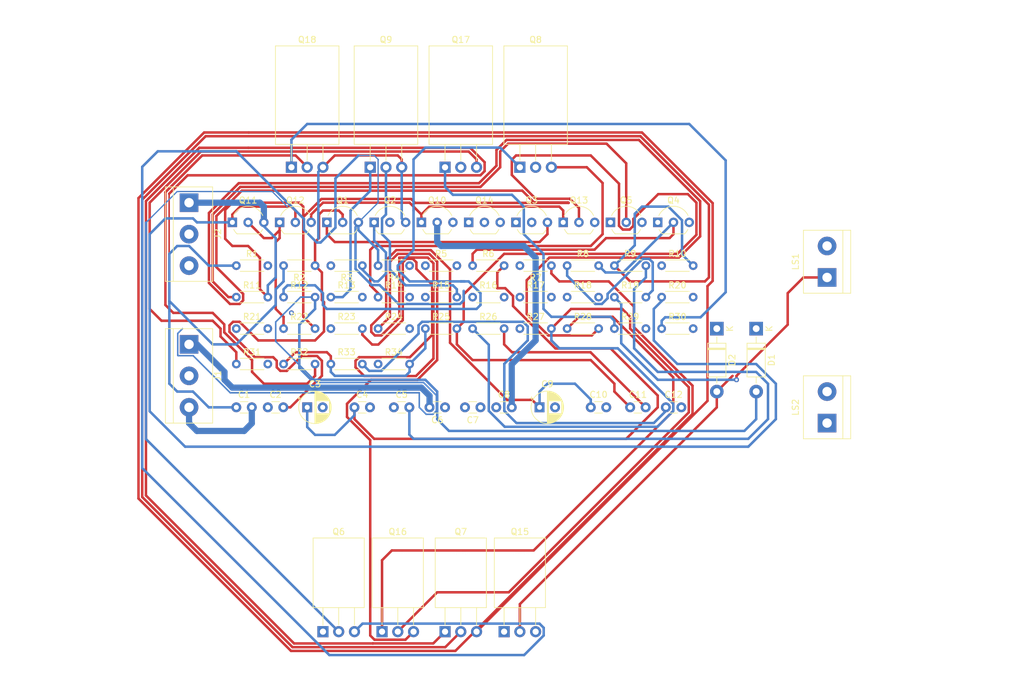
<source format=kicad_pcb>
(kicad_pcb (version 20171130) (host pcbnew "(5.1.6)-1")
  (layers (0 F.Cu signal hide) (31 B.Cu signal) (34 B.Paste user) (35 F.Paste user) (36 B.SilkS user) (37 F.SilkS user) (38 B.Mask user) (39 F.Mask user) (44 Edge.Cuts user))
  (net 0 "")
  (net 1 "Net-(C1-Pad1)")
  (net 2 "Net-(C1-Pad2)")
  (net 3 GND)
  (net 4 "Net-(C2-Pad2)")
  (net 5 "Net-(C3-Pad1)")
  (net 6 "Net-(C5-Pad1)")
  (net 7 "Net-(C5-Pad2)")
  (net 8 "Net-(C6-Pad2)")
  (net 9 "Net-(C6-Pad1)")
  (net 10 "Net-(C7-Pad1)")
  (net 11 "Net-(C8-Pad2)")
  (net 12 "Net-(C10-Pad1)")
  (net 13 "Net-(C11-Pad2)")
  (net 14 "Net-(C11-Pad1)")
  (net 15 "Net-(C12-Pad1)")
  (net 16 "Net-(D1-Pad2)")
  (net 17 "Net-(D1-Pad1)")
  (net 18 "Net-(D2-Pad1)")
  (net 19 "Net-(D2-Pad2)")
  (net 20 VSS)
  (net 21 VCC)
  (net 22 "Net-(LS1-Pad1)")
  (net 23 "Net-(LS2-Pad1)")
  (net 24 "Net-(Q1-Pad1)")
  (net 25 "Net-(Q1-Pad3)")
  (net 26 "Net-(Q2-Pad2)")
  (net 27 "Net-(Q2-Pad1)")
  (net 28 "Net-(Q5-Pad3)")
  (net 29 "Net-(Q5-Pad2)")
  (net 30 "Net-(Q7-Pad2)")
  (net 31 "Net-(Q8-Pad3)")
  (net 32 "Net-(Q8-Pad1)")
  (net 33 "Net-(Q9-Pad2)")
  (net 34 "Net-(Q9-Pad1)")
  (net 35 "Net-(Q10-Pad1)")
  (net 36 "Net-(Q10-Pad3)")
  (net 37 "Net-(Q11-Pad2)")
  (net 38 "Net-(Q11-Pad1)")
  (net 39 "Net-(Q14-Pad2)")
  (net 40 "Net-(Q14-Pad3)")
  (net 41 "Net-(Q16-Pad2)")
  (net 42 "Net-(Q17-Pad1)")
  (net 43 "Net-(Q17-Pad3)")
  (net 44 "Net-(Q18-Pad1)")
  (net 45 "Net-(Q18-Pad2)")
  (net 46 "Net-(R14-Pad2)")
  (net 47 "Net-(R25-Pad1)")
  (module Resistor_THT:R_Axial_DIN0204_L3.6mm_D1.6mm_P5.08mm_Horizontal (layer F.Cu) (at 112.395 83.82 180)
    (fp_text reference R2 (at 2.54 -1.92) (layer F.SilkS))
    (fp_text value 4.7k)
    (pad 1 thru_hole circle (at 0 0 180) (size 1.4 1.4) (drill 0.7) (layers *.Cu *.Mask) (net 4 "Net-(C2-Pad2)"))
    (pad 2 thru_hole oval (at 5.08 0 180) (size 1.4 1.4) (drill 0.7) (layers *.Cu *.Mask) (net 1 "Net-(C1-Pad1)"))
  )
  (module Resistor_THT:R_Axial_DIN0204_L3.6mm_D1.6mm_P5.08mm_Horizontal (layer F.Cu) (at 99.695 93.98)
    (fp_text reference R21 (at 2.54 -1.92) (layer F.SilkS))
    (fp_text value 1k)
    (pad 2 thru_hole oval (at 5.08 0) (size 1.4 1.4) (drill 0.7) (layers *.Cu *.Mask) (net 36 "Net-(Q10-Pad3)"))
    (pad 1 thru_hole circle (at 0 0) (size 1.4 1.4) (drill 0.7) (layers *.Cu *.Mask) (net 21 VCC))
  )
  (module Capacitor_THT:C_Disc_D3.0mm_W1.6mm_P2.50mm (layer F.Cu) (at 163.195 106.68)
    (fp_text reference C11 (at 1.25 -2.05) (layer F.SilkS))
    (fp_text value 100pf)
    (pad 2 thru_hole circle (at 2.5 0) (size 1.6 1.6) (drill 0.8) (layers *.Cu *.Mask) (net 13 "Net-(C11-Pad2)"))
    (pad 1 thru_hole circle (at 0 0) (size 1.6 1.6) (drill 0.8) (layers *.Cu *.Mask) (net 14 "Net-(C11-Pad1)"))
  )
  (module Resistor_THT:R_Axial_DIN0204_L3.6mm_D1.6mm_P5.08mm_Horizontal (layer F.Cu) (at 153.035 88.9)
    (fp_text reference R18 (at 2.54 -1.92) (layer F.SilkS))
    (fp_text value 4.7k)
    (pad 1 thru_hole circle (at 0 0) (size 1.4 1.4) (drill 0.7) (layers *.Cu *.Mask) (net 11 "Net-(C8-Pad2)"))
    (pad 2 thru_hole oval (at 5.08 0) (size 1.4 1.4) (drill 0.7) (layers *.Cu *.Mask) (net 9 "Net-(C6-Pad1)"))
  )
  (module Capacitor_THT:C_Disc_D3.0mm_W1.6mm_P2.50mm (layer F.Cu) (at 99.695 106.68)
    (fp_text reference C1 (at 1.25 -2.05) (layer F.SilkS))
    (fp_text value 470n)
    (pad 1 thru_hole circle (at 0 0) (size 1.6 1.6) (drill 0.8) (layers *.Cu *.Mask) (net 1 "Net-(C1-Pad1)"))
    (pad 2 thru_hole circle (at 2.5 0) (size 1.6 1.6) (drill 0.8) (layers *.Cu *.Mask) (net 2 "Net-(C1-Pad2)"))
  )
  (module Capacitor_THT:C_Disc_D3.0mm_W1.6mm_P2.50mm (layer F.Cu) (at 104.775 106.68)
    (fp_text reference C2 (at 1.25 -2.05) (layer F.SilkS))
    (fp_text value 470pf)
    (pad 1 thru_hole circle (at 0 0) (size 1.6 1.6) (drill 0.8) (layers *.Cu *.Mask) (net 3 GND))
    (pad 2 thru_hole circle (at 2.5 0) (size 1.6 1.6) (drill 0.8) (layers *.Cu *.Mask) (net 4 "Net-(C2-Pad2)"))
  )
  (module Capacitor_THT:CP_Radial_D5.0mm_P2.50mm (layer F.Cu) (at 111.125 106.68)
    (fp_text reference C3 (at 1.25 -3.75) (layer F.SilkS))
    (fp_text value 47u)
    (pad 1 thru_hole rect (at 0 0) (size 1.6 1.6) (drill 0.8) (layers *.Cu *.Mask) (net 5 "Net-(C3-Pad1)"))
    (pad 2 thru_hole circle (at 2.5 0) (size 1.6 1.6) (drill 0.8) (layers *.Cu *.Mask) (net 3 GND))
  )
  (module Capacitor_THT:C_Disc_D3.0mm_W1.6mm_P2.50mm (layer F.Cu) (at 118.745 106.68)
    (fp_text reference C4 (at 1.25 -2.05) (layer F.SilkS))
    (fp_text value 100n)
    (pad 2 thru_hole circle (at 2.5 0) (size 1.6 1.6) (drill 0.8) (layers *.Cu *.Mask) (net 3 GND))
    (pad 1 thru_hole circle (at 0 0) (size 1.6 1.6) (drill 0.8) (layers *.Cu *.Mask) (net 5 "Net-(C3-Pad1)"))
  )
  (module Capacitor_THT:C_Disc_D3.0mm_W1.6mm_P2.50mm (layer F.Cu) (at 125.095 106.68)
    (fp_text reference C5 (at 1.25 -2.05) (layer F.SilkS))
    (fp_text value 100pf)
    (pad 1 thru_hole circle (at 0 0) (size 1.6 1.6) (drill 0.8) (layers *.Cu *.Mask) (net 6 "Net-(C5-Pad1)"))
    (pad 2 thru_hole circle (at 2.5 0) (size 1.6 1.6) (drill 0.8) (layers *.Cu *.Mask) (net 7 "Net-(C5-Pad2)"))
  )
  (module Capacitor_THT:C_Disc_D3.0mm_W1.6mm_P2.50mm (layer F.Cu) (at 133.35 106.68 180)
    (fp_text reference C6 (at 1.25 -2.05) (layer F.SilkS))
    (fp_text value 470n)
    (pad 2 thru_hole circle (at 2.5 0 180) (size 1.6 1.6) (drill 0.8) (layers *.Cu *.Mask) (net 8 "Net-(C6-Pad2)"))
    (pad 1 thru_hole circle (at 0 0 180) (size 1.6 1.6) (drill 0.8) (layers *.Cu *.Mask) (net 9 "Net-(C6-Pad1)"))
  )
  (module Capacitor_THT:C_Disc_D3.0mm_W1.6mm_P2.50mm (layer F.Cu) (at 139.065 106.68 180)
    (fp_text reference C7 (at 1.25 -2.05) (layer F.SilkS))
    (fp_text value 100n)
    (pad 2 thru_hole circle (at 2.5 0 180) (size 1.6 1.6) (drill 0.8) (layers *.Cu *.Mask) (net 3 GND))
    (pad 1 thru_hole circle (at 0 0 180) (size 1.6 1.6) (drill 0.8) (layers *.Cu *.Mask) (net 10 "Net-(C7-Pad1)"))
  )
  (module Capacitor_THT:C_Disc_D3.0mm_W1.6mm_P2.50mm (layer F.Cu) (at 141.605 106.68)
    (fp_text reference C8 (at 1.25 -2.05) (layer F.SilkS))
    (fp_text value 470pf)
    (pad 1 thru_hole circle (at 0 0) (size 1.6 1.6) (drill 0.8) (layers *.Cu *.Mask) (net 3 GND))
    (pad 2 thru_hole circle (at 2.5 0) (size 1.6 1.6) (drill 0.8) (layers *.Cu *.Mask) (net 11 "Net-(C8-Pad2)"))
  )
  (module Capacitor_THT:CP_Radial_D5.0mm_P2.50mm (layer F.Cu) (at 148.59 106.68)
    (fp_text reference C9 (at 1.25 -3.75) (layer F.SilkS))
    (fp_text value 47u)
    (pad 2 thru_hole circle (at 2.5 0) (size 1.6 1.6) (drill 0.8) (layers *.Cu *.Mask) (net 3 GND))
    (pad 1 thru_hole rect (at 0 0) (size 1.6 1.6) (drill 0.8) (layers *.Cu *.Mask) (net 12 "Net-(C10-Pad1)"))
  )
  (module Capacitor_THT:C_Disc_D3.0mm_W1.6mm_P2.50mm (layer F.Cu) (at 156.845 106.68)
    (fp_text reference C10 (at 1.25 -2.05) (layer F.SilkS))
    (fp_text value 100n)
    (pad 2 thru_hole circle (at 2.5 0) (size 1.6 1.6) (drill 0.8) (layers *.Cu *.Mask) (net 3 GND))
    (pad 1 thru_hole circle (at 0 0) (size 1.6 1.6) (drill 0.8) (layers *.Cu *.Mask) (net 12 "Net-(C10-Pad1)"))
  )
  (module Capacitor_THT:C_Disc_D3.0mm_W1.6mm_P2.50mm (layer F.Cu) (at 168.95 106.68)
    (fp_text reference C12 (at 1.25 -2.05) (layer F.SilkS))
    (fp_text value 100n)
    (pad 1 thru_hole circle (at 0 0) (size 1.6 1.6) (drill 0.8) (layers *.Cu *.Mask) (net 15 "Net-(C12-Pad1)"))
    (pad 2 thru_hole circle (at 2.5 0) (size 1.6 1.6) (drill 0.8) (layers *.Cu *.Mask) (net 3 GND))
  )
  (module Diode_THT:D_DO-41_SOD81_P10.16mm_Horizontal (layer F.Cu) (at 183.515 93.98 270)
    (fp_text reference D1 (at 5.08 -2.47 90) (layer F.SilkS))
    (fp_text value 1N4002)
    (fp_text user K (at 0 -2.1 90) (layer F.SilkS))
    (pad 2 thru_hole oval (at 10.16 0 270) (size 2.2 2.2) (drill 1.1) (layers *.Cu *.Mask) (net 16 "Net-(D1-Pad2)"))
    (pad 1 thru_hole rect (at 0 0 270) (size 2.2 2.2) (drill 1.1) (layers *.Cu *.Mask) (net 17 "Net-(D1-Pad1)"))
  )
  (module Diode_THT:D_DO-41_SOD81_P10.16mm_Horizontal (layer F.Cu) (at 177.165 93.98 270)
    (fp_text reference D2 (at 5.08 -2.47 90) (layer F.SilkS))
    (fp_text value 1N4002)
    (fp_text user K (at 0 -2.1 90) (layer F.SilkS))
    (pad 1 thru_hole rect (at 0 0 270) (size 2.2 2.2) (drill 1.1) (layers *.Cu *.Mask) (net 18 "Net-(D2-Pad1)"))
    (pad 2 thru_hole oval (at 10.16 0 270) (size 2.2 2.2) (drill 1.1) (layers *.Cu *.Mask) (net 19 "Net-(D2-Pad2)"))
  )
  (module TerminalBlock:TerminalBlock_bornier-3_P5.08mm (layer F.Cu) (at 92.075 96.52 270)
    (fp_text reference J1 (at 5.05 -4.65 90) (layer F.SilkS))
    (fp_text value "R G L")
    (pad 3 thru_hole circle (at 10.16 0 270) (size 3 3) (drill 1.52) (layers *.Cu *.Mask) (net 2 "Net-(C1-Pad2)"))
    (pad 2 thru_hole circle (at 5.08 0 270) (size 3 3) (drill 1.52) (layers *.Cu *.Mask) (net 3 GND))
    (pad 1 thru_hole rect (at 0 0 270) (size 3 3) (drill 1.52) (layers *.Cu *.Mask) (net 8 "Net-(C6-Pad2)"))
  )
  (module TerminalBlock:TerminalBlock_bornier-3_P5.08mm (layer F.Cu) (at 92.075 73.66 270)
    (fp_text reference J2 (at 5.05 -4.65 90) (layer F.SilkS))
    (fp_text value PWR)
    (pad 1 thru_hole rect (at 0 0 270) (size 3 3) (drill 1.52) (layers *.Cu *.Mask) (net 20 VSS))
    (pad 2 thru_hole circle (at 5.08 0 270) (size 3 3) (drill 1.52) (layers *.Cu *.Mask) (net 3 GND))
    (pad 3 thru_hole circle (at 10.16 0 270) (size 3 3) (drill 1.52) (layers *.Cu *.Mask) (net 21 VCC))
  )
  (module TerminalBlock:TerminalBlock_bornier-2_P5.08mm (layer F.Cu) (at 194.945 85.725 90)
    (fp_text reference LS1 (at 2.54 -5.08 90) (layer F.SilkS))
    (fp_text value Speaker)
    (pad 2 thru_hole circle (at 5.08 0 90) (size 3 3) (drill 1.52) (layers *.Cu *.Mask) (net 3 GND))
    (pad 1 thru_hole rect (at 0 0 90) (size 3 3) (drill 1.52) (layers *.Cu *.Mask) (net 22 "Net-(LS1-Pad1)"))
  )
  (module TerminalBlock:TerminalBlock_bornier-2_P5.08mm (layer F.Cu) (at 194.945 109.22 90)
    (fp_text reference LS2 (at 2.54 -5.08 90) (layer F.SilkS))
    (fp_text value Speaker)
    (pad 1 thru_hole rect (at 0 0 90) (size 3 3) (drill 1.52) (layers *.Cu *.Mask) (net 23 "Net-(LS2-Pad1)"))
    (pad 2 thru_hole circle (at 5.08 0 90) (size 3 3) (drill 1.52) (layers *.Cu *.Mask) (net 3 GND))
  )
  (module TO_SOT_Packages_THT:TO-92_Inline_Wide (layer F.Cu) (at 114.3 76.835)
    (fp_text reference Q1 (at 2.54 -3.56 180) (layer F.SilkS))
    (fp_text value MPSA43)
    (pad 1 thru_hole rect (at 0 0 90) (size 1.52 1.52) (drill 0.8) (layers *.Cu *.Mask) (net 24 "Net-(Q1-Pad1)"))
    (pad 3 thru_hole circle (at 5.08 0 90) (size 1.52 1.52) (drill 0.8) (layers *.Cu *.Mask) (net 25 "Net-(Q1-Pad3)"))
    (pad 2 thru_hole circle (at 2.54 0 90) (size 1.52 1.52) (drill 0.8) (layers *.Cu *.Mask) (net 4 "Net-(C2-Pad2)"))
  )
  (module TO_SOT_Packages_THT:TO-92_Inline_Wide (layer F.Cu) (at 121.92 76.835)
    (fp_text reference Q2 (at 2.54 -3.56 180) (layer F.SilkS))
    (fp_text value BC546)
    (pad 2 thru_hole circle (at 2.54 0 90) (size 1.52 1.52) (drill 0.8) (layers *.Cu *.Mask) (net 26 "Net-(Q2-Pad2)"))
    (pad 3 thru_hole circle (at 5.08 0 90) (size 1.52 1.52) (drill 0.8) (layers *.Cu *.Mask) (net 20 VSS))
    (pad 1 thru_hole rect (at 0 0 90) (size 1.52 1.52) (drill 0.8) (layers *.Cu *.Mask) (net 27 "Net-(Q2-Pad1)"))
  )
  (module TO_SOT_Packages_THT:TO-92_Inline_Wide (layer F.Cu) (at 144.78 76.835)
    (fp_text reference Q3 (at 2.54 -3.56 180) (layer F.SilkS))
    (fp_text value MPSA43)
    (pad 2 thru_hole circle (at 2.54 0 90) (size 1.52 1.52) (drill 0.8) (layers *.Cu *.Mask) (net 27 "Net-(Q2-Pad1)"))
    (pad 3 thru_hole circle (at 5.08 0 90) (size 1.52 1.52) (drill 0.8) (layers *.Cu *.Mask) (net 24 "Net-(Q1-Pad1)"))
    (pad 1 thru_hole rect (at 0 0 90) (size 1.52 1.52) (drill 0.8) (layers *.Cu *.Mask) (net 26 "Net-(Q2-Pad2)"))
  )
  (module TO_SOT_Packages_THT:TO-92_Inline_Wide (layer F.Cu) (at 167.64 76.835)
    (fp_text reference Q4 (at 2.54 -3.56 180) (layer F.SilkS))
    (fp_text value MPSA43)
    (pad 2 thru_hole circle (at 2.54 0 90) (size 1.52 1.52) (drill 0.8) (layers *.Cu *.Mask) (net 6 "Net-(C5-Pad1)"))
    (pad 3 thru_hole circle (at 5.08 0 90) (size 1.52 1.52) (drill 0.8) (layers *.Cu *.Mask) (net 21 VCC))
    (pad 1 thru_hole rect (at 0 0 90) (size 1.52 1.52) (drill 0.8) (layers *.Cu *.Mask) (net 24 "Net-(Q1-Pad1)"))
  )
  (module TO_SOT_Packages_THT:TO-92_Inline_Wide (layer F.Cu) (at 160.02 76.835)
    (fp_text reference Q5 (at 2.54 -3.56 180) (layer F.SilkS))
    (fp_text value BC546)
    (pad 1 thru_hole rect (at 0 0 90) (size 1.52 1.52) (drill 0.8) (layers *.Cu *.Mask) (net 20 VSS))
    (pad 3 thru_hole circle (at 5.08 0 90) (size 1.52 1.52) (drill 0.8) (layers *.Cu *.Mask) (net 28 "Net-(Q5-Pad3)"))
    (pad 2 thru_hole circle (at 2.54 0 90) (size 1.52 1.52) (drill 0.8) (layers *.Cu *.Mask) (net 29 "Net-(Q5-Pad2)"))
  )
  (module TO_SOT_Packages_THT:TO-126_Horizontal (layer F.Cu) (at 113.665 142.875)
    (fp_text reference Q6 (at 2.54 -16.12) (layer F.SilkS))
    (fp_text value MJE350)
    (pad 3 thru_hole oval (at 5.08 0) (size 1.8 1.8) (drill 1) (layers *.Cu *.Mask) (net 25 "Net-(Q1-Pad3)"))
    (pad 2 thru_hole oval (at 2.54 0) (size 1.8 1.8) (drill 1) (layers *.Cu *.Mask) (net 16 "Net-(D1-Pad2)"))
    (pad 1 thru_hole rect (at 0 0) (size 1.8 1.8) (drill 1) (layers *.Cu *.Mask) (net 21 VCC))
    (pad 0 np_thru_hole oval (at 2.54 -11.1) (size 3.2 3.2) (drill 3.2) (layers *.Cu *.Mask))
  )
  (module TO_SOT_Packages_THT:TO-126_Horizontal (layer F.Cu) (at 133.35 142.875)
    (fp_text reference Q7 (at 2.54 -16.12) (layer F.SilkS))
    (fp_text value MJE340)
    (pad 3 thru_hole oval (at 5.08 0) (size 1.8 1.8) (drill 1) (layers *.Cu *.Mask) (net 28 "Net-(Q5-Pad3)"))
    (pad 2 thru_hole oval (at 2.54 0) (size 1.8 1.8) (drill 1) (layers *.Cu *.Mask) (net 30 "Net-(Q7-Pad2)"))
    (pad 1 thru_hole rect (at 0 0) (size 1.8 1.8) (drill 1) (layers *.Cu *.Mask) (net 29 "Net-(Q5-Pad2)"))
    (pad 0 np_thru_hole oval (at 2.54 -11.1) (size 3.2 3.2) (drill 3.2) (layers *.Cu *.Mask))
  )
  (module TO_SOT_Packages_THT:TO-220-3_Horizontal (layer F.Cu) (at 145.415 67.945)
    (fp_text reference Q8 (at 2.54 -20.58) (layer F.SilkS))
    (fp_text value IRFP244)
    (pad 3 thru_hole oval (at 5.08 0) (size 1.8 1.8) (drill 1) (layers *.Cu *.Mask) (net 31 "Net-(Q8-Pad3)"))
    (pad 2 thru_hole oval (at 2.54 0) (size 1.8 1.8) (drill 1) (layers *.Cu *.Mask) (net 21 VCC))
    (pad 1 thru_hole rect (at 0 0) (size 1.8 1.8) (drill 1) (layers *.Cu *.Mask) (net 32 "Net-(Q8-Pad1)"))
    (pad 0 np_thru_hole oval (at 2.54 -16.66) (size 3.5 3.5) (drill 3.5) (layers *.Cu *.Mask))
  )
  (module TO_SOT_Packages_THT:TO-220-3_Horizontal (layer F.Cu) (at 121.285 67.945)
    (fp_text reference Q9 (at 2.54 -20.58) (layer F.SilkS))
    (fp_text value IRFP9240)
    (pad 3 thru_hole oval (at 5.08 0) (size 1.8 1.8) (drill 1) (layers *.Cu *.Mask) (net 20 VSS))
    (pad 2 thru_hole oval (at 2.54 0) (size 1.8 1.8) (drill 1) (layers *.Cu *.Mask) (net 33 "Net-(Q9-Pad2)"))
    (pad 1 thru_hole rect (at 0 0) (size 1.8 1.8) (drill 1) (layers *.Cu *.Mask) (net 34 "Net-(Q9-Pad1)"))
    (pad 0 np_thru_hole oval (at 2.54 -16.66) (size 3.5 3.5) (drill 3.5) (layers *.Cu *.Mask))
  )
  (module TO_SOT_Packages_THT:TO-92_Inline_Wide (layer F.Cu) (at 129.54 76.835)
    (fp_text reference Q10 (at 2.54 -3.56 180) (layer F.SilkS))
    (fp_text value MPSA43)
    (pad 1 thru_hole rect (at 0 0 90) (size 1.52 1.52) (drill 0.8) (layers *.Cu *.Mask) (net 35 "Net-(Q10-Pad1)"))
    (pad 3 thru_hole circle (at 5.08 0 90) (size 1.52 1.52) (drill 0.8) (layers *.Cu *.Mask) (net 36 "Net-(Q10-Pad3)"))
    (pad 2 thru_hole circle (at 2.54 0 90) (size 1.52 1.52) (drill 0.8) (layers *.Cu *.Mask) (net 11 "Net-(C8-Pad2)"))
  )
  (module TO_SOT_Packages_THT:TO-92_Inline_Wide (layer F.Cu) (at 99.06 76.835)
    (fp_text reference Q11 (at 2.54 -3.56 180) (layer F.SilkS))
    (fp_text value BC546)
    (pad 2 thru_hole circle (at 2.54 0 90) (size 1.52 1.52) (drill 0.8) (layers *.Cu *.Mask) (net 37 "Net-(Q11-Pad2)"))
    (pad 3 thru_hole circle (at 5.08 0 90) (size 1.52 1.52) (drill 0.8) (layers *.Cu *.Mask) (net 20 VSS))
    (pad 1 thru_hole rect (at 0 0 90) (size 1.52 1.52) (drill 0.8) (layers *.Cu *.Mask) (net 38 "Net-(Q11-Pad1)"))
  )
  (module TO_SOT_Packages_THT:TO-92_Inline_Wide (layer F.Cu) (at 106.68 76.835)
    (fp_text reference Q12 (at 2.54 -3.56 180) (layer F.SilkS))
    (fp_text value MPSA43)
    (pad 1 thru_hole rect (at 0 0 90) (size 1.52 1.52) (drill 0.8) (layers *.Cu *.Mask) (net 37 "Net-(Q11-Pad2)"))
    (pad 3 thru_hole circle (at 5.08 0 90) (size 1.52 1.52) (drill 0.8) (layers *.Cu *.Mask) (net 35 "Net-(Q10-Pad1)"))
    (pad 2 thru_hole circle (at 2.54 0 90) (size 1.52 1.52) (drill 0.8) (layers *.Cu *.Mask) (net 38 "Net-(Q11-Pad1)"))
  )
  (module TO_SOT_Packages_THT:TO-92_Inline_Wide (layer F.Cu) (at 152.4 76.835)
    (fp_text reference Q13 (at 2.54 -3.56 180) (layer F.SilkS))
    (fp_text value MPSA43)
    (pad 1 thru_hole rect (at 0 0 90) (size 1.52 1.52) (drill 0.8) (layers *.Cu *.Mask) (net 35 "Net-(Q10-Pad1)"))
    (pad 3 thru_hole circle (at 5.08 0 90) (size 1.52 1.52) (drill 0.8) (layers *.Cu *.Mask) (net 21 VCC))
    (pad 2 thru_hole circle (at 2.54 0 90) (size 1.52 1.52) (drill 0.8) (layers *.Cu *.Mask) (net 14 "Net-(C11-Pad1)"))
  )
  (module TO_SOT_Packages_THT:TO-92_Inline_Wide (layer F.Cu) (at 137.16 76.835)
    (fp_text reference Q14 (at 2.54 -3.56 180) (layer F.SilkS))
    (fp_text value BC546)
    (pad 2 thru_hole circle (at 2.54 0 90) (size 1.52 1.52) (drill 0.8) (layers *.Cu *.Mask) (net 39 "Net-(Q14-Pad2)"))
    (pad 3 thru_hole circle (at 5.08 0 90) (size 1.52 1.52) (drill 0.8) (layers *.Cu *.Mask) (net 40 "Net-(Q14-Pad3)"))
    (pad 1 thru_hole rect (at 0 0 90) (size 1.52 1.52) (drill 0.8) (layers *.Cu *.Mask) (net 20 VSS))
  )
  (module TO_SOT_Packages_THT:TO-126_Horizontal (layer F.Cu) (at 142.875 142.875)
    (fp_text reference Q15 (at 2.54 -16.12) (layer F.SilkS))
    (fp_text value MJE350)
    (pad 0 np_thru_hole oval (at 2.54 -11.1) (size 3.2 3.2) (drill 3.2) (layers *.Cu *.Mask))
    (pad 1 thru_hole rect (at 0 0) (size 1.8 1.8) (drill 1) (layers *.Cu *.Mask) (net 21 VCC))
    (pad 2 thru_hole oval (at 2.54 0) (size 1.8 1.8) (drill 1) (layers *.Cu *.Mask) (net 19 "Net-(D2-Pad2)"))
    (pad 3 thru_hole oval (at 5.08 0) (size 1.8 1.8) (drill 1) (layers *.Cu *.Mask) (net 36 "Net-(Q10-Pad3)"))
  )
  (module TO_SOT_Packages_THT:TO-126_Horizontal (layer F.Cu) (at 123.19 142.875)
    (fp_text reference Q16 (at 2.54 -16.12) (layer F.SilkS))
    (fp_text value MJE340)
    (pad 0 np_thru_hole oval (at 2.54 -11.1) (size 3.2 3.2) (drill 3.2) (layers *.Cu *.Mask))
    (pad 1 thru_hole rect (at 0 0) (size 1.8 1.8) (drill 1) (layers *.Cu *.Mask) (net 39 "Net-(Q14-Pad2)"))
    (pad 2 thru_hole oval (at 2.54 0) (size 1.8 1.8) (drill 1) (layers *.Cu *.Mask) (net 41 "Net-(Q16-Pad2)"))
    (pad 3 thru_hole oval (at 5.08 0) (size 1.8 1.8) (drill 1) (layers *.Cu *.Mask) (net 40 "Net-(Q14-Pad3)"))
  )
  (module TO_SOT_Packages_THT:TO-220-3_Horizontal (layer F.Cu) (at 133.35 67.945)
    (fp_text reference Q17 (at 2.54 -20.58) (layer F.SilkS))
    (fp_text value IRFP244)
    (pad 0 np_thru_hole oval (at 2.54 -16.66) (size 3.5 3.5) (drill 3.5) (layers *.Cu *.Mask))
    (pad 1 thru_hole rect (at 0 0) (size 1.8 1.8) (drill 1) (layers *.Cu *.Mask) (net 42 "Net-(Q17-Pad1)"))
    (pad 2 thru_hole oval (at 2.54 0) (size 1.8 1.8) (drill 1) (layers *.Cu *.Mask) (net 21 VCC))
    (pad 3 thru_hole oval (at 5.08 0) (size 1.8 1.8) (drill 1) (layers *.Cu *.Mask) (net 43 "Net-(Q17-Pad3)"))
  )
  (module TO_SOT_Packages_THT:TO-220-3_Horizontal (layer F.Cu) (at 108.585 67.945)
    (fp_text reference Q18 (at 2.54 -20.58) (layer F.SilkS))
    (fp_text value IRFP9240)
    (pad 0 np_thru_hole oval (at 2.54 -16.66) (size 3.5 3.5) (drill 3.5) (layers *.Cu *.Mask))
    (pad 1 thru_hole rect (at 0 0) (size 1.8 1.8) (drill 1) (layers *.Cu *.Mask) (net 44 "Net-(Q18-Pad1)"))
    (pad 2 thru_hole oval (at 2.54 0) (size 1.8 1.8) (drill 1) (layers *.Cu *.Mask) (net 45 "Net-(Q18-Pad2)"))
    (pad 3 thru_hole oval (at 5.08 0) (size 1.8 1.8) (drill 1) (layers *.Cu *.Mask) (net 20 VSS))
  )
  (module Resistor_THT:R_Axial_DIN0204_L3.6mm_D1.6mm_P5.08mm_Horizontal (layer F.Cu) (at 99.695 83.82)
    (fp_text reference R1 (at 2.54 -1.92) (layer F.SilkS))
    (fp_text value 47k)
    (pad 1 thru_hole circle (at 0 0) (size 1.4 1.4) (drill 0.7) (layers *.Cu *.Mask) (net 1 "Net-(C1-Pad1)"))
    (pad 2 thru_hole oval (at 5.08 0) (size 1.4 1.4) (drill 0.7) (layers *.Cu *.Mask) (net 3 GND))
  )
  (module Resistor_THT:R_Axial_DIN0204_L3.6mm_D1.6mm_P5.08mm_Horizontal (layer F.Cu) (at 120.015 83.82 180)
    (fp_text reference R3 (at 2.54 -1.92) (layer F.SilkS))
    (fp_text value 22k)
    (pad 2 thru_hole oval (at 5.08 0 180) (size 1.4 1.4) (drill 0.7) (layers *.Cu *.Mask) (net 3 GND))
    (pad 1 thru_hole circle (at 0 0 180) (size 1.4 1.4) (drill 0.7) (layers *.Cu *.Mask) (net 27 "Net-(Q2-Pad1)"))
  )
  (module Resistor_THT:R_Axial_DIN0204_L3.6mm_D1.6mm_P5.08mm_Horizontal (layer F.Cu) (at 127.635 83.82 180)
    (fp_text reference R4 (at 2.54 -1.92) (layer F.SilkS))
    (fp_text value 1k)
    (pad 2 thru_hole oval (at 5.08 0 180) (size 1.4 1.4) (drill 0.7) (layers *.Cu *.Mask) (net 25 "Net-(Q1-Pad3)"))
    (pad 1 thru_hole circle (at 0 0 180) (size 1.4 1.4) (drill 0.7) (layers *.Cu *.Mask) (net 21 VCC))
  )
  (module Resistor_THT:R_Axial_DIN0204_L3.6mm_D1.6mm_P5.08mm_Horizontal (layer F.Cu) (at 130.175 83.82)
    (fp_text reference R5 (at 2.54 -1.92) (layer F.SilkS))
    (fp_text value 330)
    (pad 2 thru_hole oval (at 5.08 0) (size 1.4 1.4) (drill 0.7) (layers *.Cu *.Mask) (net 20 VSS))
    (pad 1 thru_hole circle (at 0 0) (size 1.4 1.4) (drill 0.7) (layers *.Cu *.Mask) (net 26 "Net-(Q2-Pad2)"))
  )
  (module Resistor_THT:R_Axial_DIN0204_L3.6mm_D1.6mm_P5.08mm_Horizontal (layer F.Cu) (at 137.795 83.82)
    (fp_text reference R6 (at 2.54 -1.92) (layer F.SilkS))
    (fp_text value 1.5k)
    (pad 2 thru_hole oval (at 5.08 0) (size 1.4 1.4) (drill 0.7) (layers *.Cu *.Mask) (net 5 "Net-(C3-Pad1)"))
    (pad 1 thru_hole circle (at 0 0) (size 1.4 1.4) (drill 0.7) (layers *.Cu *.Mask) (net 6 "Net-(C5-Pad1)"))
  )
  (module Resistor_THT:R_Axial_DIN0204_L3.6mm_D1.6mm_P5.08mm_Horizontal (layer F.Cu) (at 150.495 83.82 180)
    (fp_text reference R7 (at 2.54 -1.92) (layer F.SilkS))
    (fp_text value 15k)
    (pad 2 thru_hole oval (at 5.08 0 180) (size 1.4 1.4) (drill 0.7) (layers *.Cu *.Mask) (net 3 GND))
    (pad 1 thru_hole circle (at 0 0 180) (size 1.4 1.4) (drill 0.7) (layers *.Cu *.Mask) (net 28 "Net-(Q5-Pad3)"))
  )
  (module Resistor_THT:R_Axial_DIN0204_L3.6mm_D1.6mm_P5.08mm_Horizontal (layer F.Cu) (at 153.035 83.82)
    (fp_text reference R8 (at 2.54 -1.92) (layer F.SilkS))
    (fp_text value 33k)
    (pad 2 thru_hole oval (at 5.08 0) (size 1.4 1.4) (drill 0.7) (layers *.Cu *.Mask) (net 6 "Net-(C5-Pad1)"))
    (pad 1 thru_hole circle (at 0 0) (size 1.4 1.4) (drill 0.7) (layers *.Cu *.Mask) (net 46 "Net-(R14-Pad2)"))
  )
  (module Resistor_THT:R_Axial_DIN0204_L3.6mm_D1.6mm_P5.08mm_Horizontal (layer F.Cu) (at 160.655 83.82)
    (fp_text reference R9 (at 2.54 -1.92) (layer F.SilkS))
    (fp_text value 150k)
    (pad 1 thru_hole circle (at 0 0) (size 1.4 1.4) (drill 0.7) (layers *.Cu *.Mask) (net 30 "Net-(Q7-Pad2)"))
    (pad 2 thru_hole oval (at 5.08 0) (size 1.4 1.4) (drill 0.7) (layers *.Cu *.Mask) (net 7 "Net-(C5-Pad2)"))
  )
  (module Resistor_THT:R_Axial_DIN0204_L3.6mm_D1.6mm_P5.08mm_Horizontal (layer F.Cu) (at 168.275 83.82)
    (fp_text reference R10 (at 2.54 -1.92) (layer F.SilkS))
    (fp_text value 390)
    (pad 2 thru_hole oval (at 5.08 0) (size 1.4 1.4) (drill 0.7) (layers *.Cu *.Mask) (net 30 "Net-(Q7-Pad2)"))
    (pad 1 thru_hole circle (at 0 0) (size 1.4 1.4) (drill 0.7) (layers *.Cu *.Mask) (net 17 "Net-(D1-Pad1)"))
  )
  (module Resistor_THT:R_Axial_DIN0204_L3.6mm_D1.6mm_P5.08mm_Horizontal (layer F.Cu) (at 99.695 88.9)
    (fp_text reference R11 (at 2.54 -1.92) (layer F.SilkS))
    (fp_text value 39)
    (pad 1 thru_hole circle (at 0 0) (size 1.4 1.4) (drill 0.7) (layers *.Cu *.Mask) (net 29 "Net-(Q5-Pad2)"))
    (pad 2 thru_hole oval (at 5.08 0) (size 1.4 1.4) (drill 0.7) (layers *.Cu *.Mask) (net 20 VSS))
  )
  (module Resistor_THT:R_Axial_DIN0204_L3.6mm_D1.6mm_P5.08mm_Horizontal (layer F.Cu) (at 107.315 88.9)
    (fp_text reference R12 (at 2.54 -1.92) (layer F.SilkS))
    (fp_text value 330)
    (pad 2 thru_hole oval (at 5.08 0) (size 1.4 1.4) (drill 0.7) (layers *.Cu *.Mask) (net 16 "Net-(D1-Pad2)"))
    (pad 1 thru_hole circle (at 0 0) (size 1.4 1.4) (drill 0.7) (layers *.Cu *.Mask) (net 32 "Net-(Q8-Pad1)"))
  )
  (module Resistor_THT:R_Axial_DIN0204_L3.6mm_D1.6mm_P5.08mm_Horizontal (layer F.Cu) (at 114.935 88.9)
    (fp_text reference R13 (at 2.54 -1.92) (layer F.SilkS))
    (fp_text value 330)
    (pad 1 thru_hole circle (at 0 0) (size 1.4 1.4) (drill 0.7) (layers *.Cu *.Mask) (net 34 "Net-(Q9-Pad1)"))
    (pad 2 thru_hole oval (at 5.08 0) (size 1.4 1.4) (drill 0.7) (layers *.Cu *.Mask) (net 30 "Net-(Q7-Pad2)"))
  )
  (module Resistor_THT:R_Axial_DIN0204_L3.6mm_D1.6mm_P5.08mm_Horizontal (layer F.Cu) (at 122.555 88.9)
    (fp_text reference R14 (at 2.54 -1.92) (layer F.SilkS))
    (fp_text value 0R33)
    (pad 1 thru_hole circle (at 0 0) (size 1.4 1.4) (drill 0.7) (layers *.Cu *.Mask) (net 31 "Net-(Q8-Pad3)"))
    (pad 2 thru_hole oval (at 5.08 0) (size 1.4 1.4) (drill 0.7) (layers *.Cu *.Mask) (net 46 "Net-(R14-Pad2)"))
  )
  (module Resistor_THT:R_Axial_DIN0204_L3.6mm_D1.6mm_P5.08mm_Horizontal (layer F.Cu) (at 130.175 88.9)
    (fp_text reference R15 (at 2.54 -1.92) (layer F.SilkS))
    (fp_text value 0R33)
    (pad 2 thru_hole oval (at 5.08 0) (size 1.4 1.4) (drill 0.7) (layers *.Cu *.Mask) (net 33 "Net-(Q9-Pad2)"))
    (pad 1 thru_hole circle (at 0 0) (size 1.4 1.4) (drill 0.7) (layers *.Cu *.Mask) (net 46 "Net-(R14-Pad2)"))
  )
  (module Resistor_THT:R_Axial_DIN0204_L3.6mm_D1.6mm_P5.08mm_Horizontal (layer F.Cu) (at 137.795 88.9)
    (fp_text reference R16 (at 2.54 -1.92) (layer F.SilkS))
    (fp_text value 47k)
    (pad 1 thru_hole circle (at 0 0) (size 1.4 1.4) (drill 0.7) (layers *.Cu *.Mask) (net 9 "Net-(C6-Pad1)"))
    (pad 2 thru_hole oval (at 5.08 0) (size 1.4 1.4) (drill 0.7) (layers *.Cu *.Mask) (net 3 GND))
  )
  (module Resistor_THT:R_Axial_DIN0204_L3.6mm_D1.6mm_P5.08mm_Horizontal (layer F.Cu) (at 145.415 88.9)
    (fp_text reference R17 (at 2.54 -1.92) (layer F.SilkS))
    (fp_text value 10)
    (pad 1 thru_hole circle (at 0 0) (size 1.4 1.4) (drill 0.7) (layers *.Cu *.Mask) (net 46 "Net-(R14-Pad2)"))
    (pad 2 thru_hole oval (at 5.08 0) (size 1.4 1.4) (drill 0.7) (layers *.Cu *.Mask) (net 10 "Net-(C7-Pad1)"))
  )
  (module Resistor_THT:R_Axial_DIN0204_L3.6mm_D1.6mm_P5.08mm_Horizontal (layer F.Cu) (at 160.655 88.9)
    (fp_text reference R19 (at 2.54 -1.92) (layer F.SilkS))
    (fp_text value 220)
    (pad 2 thru_hole oval (at 5.08 0) (size 1.4 1.4) (drill 0.7) (layers *.Cu *.Mask) (net 46 "Net-(R14-Pad2)"))
    (pad 1 thru_hole circle (at 0 0) (size 1.4 1.4) (drill 0.7) (layers *.Cu *.Mask) (net 22 "Net-(LS1-Pad1)"))
  )
  (module Resistor_THT:R_Axial_DIN0204_L3.6mm_D1.6mm_P5.08mm_Horizontal (layer F.Cu) (at 168.275 88.9)
    (fp_text reference R20 (at 2.54 -1.92) (layer F.SilkS))
    (fp_text value 22k)
    (pad 2 thru_hole oval (at 5.08 0) (size 1.4 1.4) (drill 0.7) (layers *.Cu *.Mask) (net 3 GND))
    (pad 1 thru_hole circle (at 0 0) (size 1.4 1.4) (drill 0.7) (layers *.Cu *.Mask) (net 38 "Net-(Q11-Pad1)"))
  )
  (module Resistor_THT:R_Axial_DIN0204_L3.6mm_D1.6mm_P5.08mm_Horizontal (layer F.Cu) (at 107.315 93.98)
    (fp_text reference R22 (at 2.54 -1.92) (layer F.SilkS))
    (fp_text value 330)
    (pad 1 thru_hole circle (at 0 0) (size 1.4 1.4) (drill 0.7) (layers *.Cu *.Mask) (net 37 "Net-(Q11-Pad2)"))
    (pad 2 thru_hole oval (at 5.08 0) (size 1.4 1.4) (drill 0.7) (layers *.Cu *.Mask) (net 20 VSS))
  )
  (module Resistor_THT:R_Axial_DIN0204_L3.6mm_D1.6mm_P5.08mm_Horizontal (layer F.Cu) (at 114.935 93.98)
    (fp_text reference R23 (at 2.54 -1.92) (layer F.SilkS))
    (fp_text value 1.5k)
    (pad 1 thru_hole circle (at 0 0) (size 1.4 1.4) (drill 0.7) (layers *.Cu *.Mask) (net 14 "Net-(C11-Pad1)"))
    (pad 2 thru_hole oval (at 5.08 0) (size 1.4 1.4) (drill 0.7) (layers *.Cu *.Mask) (net 12 "Net-(C10-Pad1)"))
  )
  (module Resistor_THT:R_Axial_DIN0204_L3.6mm_D1.6mm_P5.08mm_Horizontal (layer F.Cu) (at 122.555 93.98)
    (fp_text reference R24 (at 2.54 -1.92) (layer F.SilkS))
    (fp_text value 15k)
    (pad 1 thru_hole circle (at 0 0) (size 1.4 1.4) (drill 0.7) (layers *.Cu *.Mask) (net 40 "Net-(Q14-Pad3)"))
    (pad 2 thru_hole oval (at 5.08 0) (size 1.4 1.4) (drill 0.7) (layers *.Cu *.Mask) (net 3 GND))
  )
  (module Resistor_THT:R_Axial_DIN0204_L3.6mm_D1.6mm_P5.08mm_Horizontal (layer F.Cu) (at 130.175 93.98)
    (fp_text reference R25 (at 2.54 -1.92) (layer F.SilkS))
    (fp_text value 33k)
    (pad 1 thru_hole circle (at 0 0) (size 1.4 1.4) (drill 0.7) (layers *.Cu *.Mask) (net 47 "Net-(R25-Pad1)"))
    (pad 2 thru_hole oval (at 5.08 0) (size 1.4 1.4) (drill 0.7) (layers *.Cu *.Mask) (net 14 "Net-(C11-Pad1)"))
  )
  (module Resistor_THT:R_Axial_DIN0204_L3.6mm_D1.6mm_P5.08mm_Horizontal (layer F.Cu) (at 137.795 93.98)
    (fp_text reference R26 (at 2.54 -1.92) (layer F.SilkS))
    (fp_text value 150k)
    (pad 2 thru_hole oval (at 5.08 0) (size 1.4 1.4) (drill 0.7) (layers *.Cu *.Mask) (net 13 "Net-(C11-Pad2)"))
    (pad 1 thru_hole circle (at 0 0) (size 1.4 1.4) (drill 0.7) (layers *.Cu *.Mask) (net 41 "Net-(Q16-Pad2)"))
  )
  (module Resistor_THT:R_Axial_DIN0204_L3.6mm_D1.6mm_P5.08mm_Horizontal (layer F.Cu) (at 145.415 93.98)
    (fp_text reference R27 (at 2.54 -1.92) (layer F.SilkS))
    (fp_text value 390)
    (pad 2 thru_hole oval (at 5.08 0) (size 1.4 1.4) (drill 0.7) (layers *.Cu *.Mask) (net 41 "Net-(Q16-Pad2)"))
    (pad 1 thru_hole circle (at 0 0) (size 1.4 1.4) (drill 0.7) (layers *.Cu *.Mask) (net 18 "Net-(D2-Pad1)"))
  )
  (module Resistor_THT:R_Axial_DIN0204_L3.6mm_D1.6mm_P5.08mm_Horizontal (layer F.Cu) (at 153.035 93.98)
    (fp_text reference R28 (at 2.54 -1.92) (layer F.SilkS))
    (fp_text value 39)
    (pad 1 thru_hole circle (at 0 0) (size 1.4 1.4) (drill 0.7) (layers *.Cu *.Mask) (net 39 "Net-(Q14-Pad2)"))
    (pad 2 thru_hole oval (at 5.08 0) (size 1.4 1.4) (drill 0.7) (layers *.Cu *.Mask) (net 20 VSS))
  )
  (module Resistor_THT:R_Axial_DIN0204_L3.6mm_D1.6mm_P5.08mm_Horizontal (layer F.Cu) (at 160.655 93.98)
    (fp_text reference R29 (at 2.54 -1.92) (layer F.SilkS))
    (fp_text value 330)
    (pad 2 thru_hole oval (at 5.08 0) (size 1.4 1.4) (drill 0.7) (layers *.Cu *.Mask) (net 19 "Net-(D2-Pad2)"))
    (pad 1 thru_hole circle (at 0 0) (size 1.4 1.4) (drill 0.7) (layers *.Cu *.Mask) (net 42 "Net-(Q17-Pad1)"))
  )
  (module Resistor_THT:R_Axial_DIN0204_L3.6mm_D1.6mm_P5.08mm_Horizontal (layer F.Cu) (at 168.275 93.98)
    (fp_text reference R30 (at 2.54 -1.92) (layer F.SilkS))
    (fp_text value 330)
    (pad 1 thru_hole circle (at 0 0) (size 1.4 1.4) (drill 0.7) (layers *.Cu *.Mask) (net 44 "Net-(Q18-Pad1)"))
    (pad 2 thru_hole oval (at 5.08 0) (size 1.4 1.4) (drill 0.7) (layers *.Cu *.Mask) (net 41 "Net-(Q16-Pad2)"))
  )
  (module Resistor_THT:R_Axial_DIN0204_L3.6mm_D1.6mm_P5.08mm_Horizontal (layer F.Cu) (at 99.695 99.695)
    (fp_text reference R31 (at 2.54 -1.92) (layer F.SilkS))
    (fp_text value 0R33)
    (pad 1 thru_hole circle (at 0 0) (size 1.4 1.4) (drill 0.7) (layers *.Cu *.Mask) (net 43 "Net-(Q17-Pad3)"))
    (pad 2 thru_hole oval (at 5.08 0) (size 1.4 1.4) (drill 0.7) (layers *.Cu *.Mask) (net 47 "Net-(R25-Pad1)"))
  )
  (module Resistor_THT:R_Axial_DIN0204_L3.6mm_D1.6mm_P5.08mm_Horizontal (layer F.Cu) (at 107.315 99.695)
    (fp_text reference R32 (at 2.54 -1.92) (layer F.SilkS))
    (fp_text value 0R33)
    (pad 2 thru_hole oval (at 5.08 0) (size 1.4 1.4) (drill 0.7) (layers *.Cu *.Mask) (net 45 "Net-(Q18-Pad2)"))
    (pad 1 thru_hole circle (at 0 0) (size 1.4 1.4) (drill 0.7) (layers *.Cu *.Mask) (net 47 "Net-(R25-Pad1)"))
  )
  (module Resistor_THT:R_Axial_DIN0204_L3.6mm_D1.6mm_P5.08mm_Horizontal (layer F.Cu) (at 114.935 99.695)
    (fp_text reference R33 (at 2.54 -1.92) (layer F.SilkS))
    (fp_text value 10)
    (pad 2 thru_hole oval (at 5.08 0) (size 1.4 1.4) (drill 0.7) (layers *.Cu *.Mask) (net 15 "Net-(C12-Pad1)"))
    (pad 1 thru_hole circle (at 0 0) (size 1.4 1.4) (drill 0.7) (layers *.Cu *.Mask) (net 47 "Net-(R25-Pad1)"))
  )
  (module Resistor_THT:R_Axial_DIN0204_L3.6mm_D1.6mm_P5.08mm_Horizontal (layer F.Cu) (at 122.555 99.695)
    (fp_text reference R34 (at 2.54 -1.92) (layer F.SilkS))
    (fp_text value 220)
    (pad 1 thru_hole circle (at 0 0) (size 1.4 1.4) (drill 0.7) (layers *.Cu *.Mask) (net 23 "Net-(LS2-Pad1)"))
    (pad 2 thru_hole oval (at 5.08 0) (size 1.4 1.4) (drill 0.7) (layers *.Cu *.Mask) (net 47 "Net-(R25-Pad1)"))
  )
  (via (at 108.585 91.44) (size 0.8) (drill 0.4) (layers F.Cu B.Cu) (net 0))
  (segment (start 99.695 83.82) (end 95.25 83.82) (width 0.4) (layer B.Cu) (net 1))
  (segment (start 107.315 86.36) (end 107.315 83.82) (width 0.4) (layer B.Cu) (net 1))
  (segment (start 106.045 87.63) (end 107.315 86.36) (width 0.4) (layer B.Cu) (net 1))
  (segment (start 106.045 90.17) (end 106.045 87.63) (width 0.4) (layer B.Cu) (net 1))
  (segment (start 105.41 90.805) (end 106.045 90.17) (width 0.4) (layer B.Cu) (net 1))
  (segment (start 99.695 96.52) (end 105.41 90.805) (width 0.4) (layer B.Cu) (net 1))
  (segment (start 95.885 96.52) (end 99.695 96.52) (width 0.4) (layer B.Cu) (net 1))
  (segment (start 88.9 89.535) (end 95.885 96.52) (width 0.4) (layer B.Cu) (net 1))
  (segment (start 88.9 81.915) (end 88.9 89.535) (width 0.4) (layer B.Cu) (net 1))
  (segment (start 90.17 80.645) (end 88.9 81.915) (width 0.4) (layer B.Cu) (net 1))
  (segment (start 92.075 80.645) (end 90.17 80.645) (width 0.4) (layer B.Cu) (net 1))
  (segment (start 95.25 83.82) (end 92.075 80.645) (width 0.4) (layer B.Cu) (net 1))
  (segment (start 99.695 106.68) (end 95.25 106.68) (width 0.4) (layer B.Cu) (net 1))
  (segment (start 88.9 102.87) (end 88.9 89.535) (width 0.4) (layer B.Cu) (net 1))
  (segment (start 90.17 104.14) (end 88.9 102.87) (width 0.4) (layer B.Cu) (net 1))
  (segment (start 92.71 104.14) (end 90.17 104.14) (width 0.4) (layer B.Cu) (net 1))
  (segment (start 95.25 106.68) (end 92.71 104.14) (width 0.4) (layer B.Cu) (net 1))
  (segment (start 92.075 106.68) (end 92.075 109.22) (width 1) (layer B.Cu) (net 2))
  (segment (start 102.195 109.26) (end 102.195 106.68) (width 1) (layer B.Cu) (net 2))
  (segment (start 100.965 110.49) (end 102.195 109.26) (width 1) (layer B.Cu) (net 2))
  (segment (start 93.345 110.49) (end 100.965 110.49) (width 1) (layer B.Cu) (net 2))
  (segment (start 92.075 109.22) (end 93.345 110.49) (width 1) (layer B.Cu) (net 2))
  (segment (start 112.395 83.82) (end 112.395 80.01) (width 0.4) (layer F.Cu) (net 4))
  (segment (start 116.84 75.565) (end 116.84 76.835) (width 0.4) (layer F.Cu) (net 4))
  (segment (start 116.205 74.93) (end 116.84 75.565) (width 0.4) (layer F.Cu) (net 4))
  (segment (start 113.665 74.93) (end 116.205 74.93) (width 0.4) (layer F.Cu) (net 4))
  (segment (start 113.03 75.565) (end 113.665 74.93) (width 0.4) (layer F.Cu) (net 4))
  (segment (start 113.03 79.375) (end 113.03 75.565) (width 0.4) (layer F.Cu) (net 4))
  (segment (start 112.395 80.01) (end 113.03 79.375) (width 0.4) (layer F.Cu) (net 4))
  (segment (start 100.223001 92.879999) (end 103.228002 95.885) (width 0.4) (layer F.Cu) (net 4))
  (segment (start 99.166999 92.879999) (end 100.223001 92.879999) (width 0.4) (layer F.Cu) (net 4))
  (segment (start 98.594999 93.451999) (end 99.166999 92.879999) (width 0.4) (layer F.Cu) (net 4))
  (segment (start 98.594999 94.508001) (end 98.594999 93.451999) (width 0.4) (layer F.Cu) (net 4))
  (segment (start 113.495001 99.166999) (end 112.718012 98.39001) (width 0.4) (layer F.Cu) (net 4))
  (segment (start 113.495001 101.591369) (end 113.495001 99.166999) (width 0.4) (layer F.Cu) (net 4))
  (segment (start 107.275 106.68) (end 108.40637 106.68) (width 0.4) (layer F.Cu) (net 4))
  (segment (start 106.214999 99.166999) (end 105.642999 98.594999) (width 0.4) (layer F.Cu) (net 4))
  (segment (start 102.681997 98.594999) (end 98.594999 94.508001) (width 0.4) (layer F.Cu) (net 4))
  (segment (start 112.718012 98.39001) (end 110.247992 98.39001) (width 0.4) (layer F.Cu) (net 4))
  (segment (start 108.40637 106.68) (end 113.495001 101.591369) (width 0.4) (layer F.Cu) (net 4))
  (segment (start 110.247992 98.39001) (end 107.843001 100.795001) (width 0.4) (layer F.Cu) (net 4))
  (segment (start 107.843001 100.795001) (end 106.786999 100.795001) (width 0.4) (layer F.Cu) (net 4))
  (segment (start 106.786999 100.795001) (end 106.214999 100.223001) (width 0.4) (layer F.Cu) (net 4))
  (segment (start 106.214999 100.223001) (end 106.214999 99.166999) (width 0.4) (layer F.Cu) (net 4))
  (segment (start 105.642999 98.594999) (end 102.681997 98.594999) (width 0.4) (layer F.Cu) (net 4))
  (segment (start 112.395 95.885) (end 113.834999 94.445001) (width 0.4) (layer F.Cu) (net 4))
  (segment (start 103.228002 95.885) (end 112.395 95.885) (width 0.4) (layer F.Cu) (net 4))
  (segment (start 113.495001 84.920001) (end 112.395 83.82) (width 0.4) (layer F.Cu) (net 4))
  (segment (start 113.495001 89.365001) (end 113.495001 84.920001) (width 0.4) (layer F.Cu) (net 4))
  (segment (start 113.834999 89.704999) (end 113.495001 89.365001) (width 0.4) (layer F.Cu) (net 4))
  (segment (start 113.834999 94.445001) (end 113.834999 89.704999) (width 0.4) (layer F.Cu) (net 4))
  (segment (start 118.745 106.68) (end 118.745 107.95) (width 0.4) (layer B.Cu) (net 5))
  (segment (start 118.745 107.95) (end 115.57 111.125) (width 0.4) (layer B.Cu) (net 5))
  (segment (start 115.57 111.125) (end 112.395 111.125) (width 0.4) (layer B.Cu) (net 5))
  (segment (start 111.125 109.855) (end 111.125 106.68) (width 0.4) (layer B.Cu) (net 5))
  (segment (start 112.395 111.125) (end 111.125 109.855) (width 0.4) (layer B.Cu) (net 5))
  (segment (start 118.745 108.585) (end 118.745 106.68) (width 0.4) (layer F.Cu) (net 5))
  (segment (start 144.314999 88.711997) (end 144.314999 90.339999) (width 0.4) (layer F.Cu) (net 5))
  (segment (start 121.92 111.76) (end 118.745 108.585) (width 0.4) (layer F.Cu) (net 5))
  (segment (start 143.063003 87.460001) (end 144.314999 88.711997) (width 0.4) (layer F.Cu) (net 5))
  (segment (start 141.774999 87.460001) (end 143.063003 87.460001) (width 0.4) (layer F.Cu) (net 5))
  (segment (start 142.875 83.82) (end 141.774999 84.920001) (width 0.4) (layer F.Cu) (net 5))
  (segment (start 167.64 104.775) (end 167.64 106.68) (width 0.4) (layer F.Cu) (net 5))
  (segment (start 141.774999 84.920001) (end 141.774999 87.460001) (width 0.4) (layer F.Cu) (net 5))
  (segment (start 151.16499 97.18999) (end 160.05499 97.18999) (width 0.4) (layer F.Cu) (net 5))
  (segment (start 160.05499 97.18999) (end 167.64 104.775) (width 0.4) (layer F.Cu) (net 5))
  (segment (start 144.314999 90.339999) (end 151.16499 97.18999) (width 0.4) (layer F.Cu) (net 5))
  (segment (start 167.64 106.68) (end 162.56 111.76) (width 0.4) (layer F.Cu) (net 5))
  (segment (start 162.56 111.76) (end 121.92 111.76) (width 0.4) (layer F.Cu) (net 5))
  (segment (start 137.795 83.82) (end 137.795 81.915) (width 0.4) (layer F.Cu) (net 6))
  (segment (start 170.18 78.74) (end 170.18 76.835) (width 0.4) (layer F.Cu) (net 6))
  (segment (start 169.545 79.375) (end 170.18 78.74) (width 0.4) (layer F.Cu) (net 6))
  (segment (start 159.315004 79.375) (end 169.545 79.375) (width 0.4) (layer F.Cu) (net 6))
  (segment (start 157.445002 81.245002) (end 159.315004 79.375) (width 0.4) (layer F.Cu) (net 6))
  (segment (start 138.464998 81.245002) (end 157.445002 81.245002) (width 0.4) (layer F.Cu) (net 6))
  (segment (start 137.795 81.915) (end 138.464998 81.245002) (width 0.4) (layer F.Cu) (net 6))
  (segment (start 162.094999 84.920001) (end 170.18 76.835) (width 0.4) (layer B.Cu) (net 6))
  (segment (start 159.215001 84.920001) (end 162.094999 84.920001) (width 0.4) (layer B.Cu) (net 6))
  (segment (start 158.115 83.82) (end 159.215001 84.920001) (width 0.4) (layer B.Cu) (net 6))
  (segment (start 165.735 83.82) (end 165.735 85.725) (width 0.4) (layer B.Cu) (net 7))
  (segment (start 127.595 111.085) (end 127.595 106.68) (width 0.4) (layer B.Cu) (net 7))
  (segment (start 128.27 111.76) (end 127.595 111.085) (width 0.4) (layer B.Cu) (net 7))
  (segment (start 182.245 111.76) (end 128.27 111.76) (width 0.4) (layer B.Cu) (net 7))
  (segment (start 185.42 108.585) (end 182.245 111.76) (width 0.4) (layer B.Cu) (net 7))
  (segment (start 185.42 102.87) (end 185.42 108.585) (width 0.4) (layer B.Cu) (net 7))
  (segment (start 183.515 100.965) (end 185.42 102.87) (width 0.4) (layer B.Cu) (net 7))
  (segment (start 182.245 100.965) (end 183.515 100.965) (width 0.4) (layer B.Cu) (net 7))
  (segment (start 165.735 85.725) (end 163.83 87.63) (width 0.4) (layer B.Cu) (net 7))
  (segment (start 163.83 87.63) (end 163.83 97.155) (width 0.4) (layer B.Cu) (net 7))
  (segment (start 163.83 97.155) (end 167.64 100.965) (width 0.4) (layer B.Cu) (net 7))
  (segment (start 167.64 100.965) (end 181.61 100.965) (width 0.4) (layer B.Cu) (net 7))
  (segment (start 181.61 100.965) (end 182.245 100.965) (width 0.4) (layer B.Cu) (net 7))
  (segment (start 92.075 96.52) (end 93.345 96.52) (width 1) (layer B.Cu) (net 8))
  (segment (start 130.85 104.815) (end 130.85 106.68) (width 1) (layer B.Cu) (net 8))
  (segment (start 129.54 103.505) (end 130.85 104.815) (width 1) (layer B.Cu) (net 8))
  (segment (start 99.06 103.505) (end 129.54 103.505) (width 1) (layer B.Cu) (net 8))
  (segment (start 97.79 102.235) (end 99.06 103.505) (width 1) (layer B.Cu) (net 8))
  (segment (start 97.79 100.965) (end 97.79 102.235) (width 1) (layer B.Cu) (net 8))
  (segment (start 93.345 96.52) (end 97.79 100.965) (width 1) (layer B.Cu) (net 8))
  (segment (start 144.105 106.68) (end 144.105 99.735) (width 1) (layer B.Cu) (net 11))
  (segment (start 132.08 80.01) (end 132.08 76.835) (width 1) (layer B.Cu) (net 11))
  (segment (start 132.715 80.645) (end 132.08 80.01) (width 1) (layer B.Cu) (net 11))
  (segment (start 146.05 80.645) (end 132.715 80.645) (width 1) (layer B.Cu) (net 11))
  (segment (start 147.955 82.55) (end 146.05 80.645) (width 1) (layer B.Cu) (net 11))
  (segment (start 147.955 95.885) (end 147.955 82.55) (width 1) (layer B.Cu) (net 11))
  (segment (start 144.105 99.735) (end 147.955 95.885) (width 1) (layer B.Cu) (net 11))
  (segment (start 156.845 106.68) (end 156.845 105.41) (width 0.4) (layer B.Cu) (net 12))
  (segment (start 156.845 105.41) (end 154.305 102.87) (width 0.4) (layer B.Cu) (net 12))
  (segment (start 154.305 102.87) (end 149.86 102.87) (width 0.4) (layer B.Cu) (net 12))
  (segment (start 148.59 104.14) (end 148.59 106.68) (width 0.4) (layer B.Cu) (net 12))
  (segment (start 149.86 102.87) (end 148.59 104.14) (width 0.4) (layer B.Cu) (net 12))
  (segment (start 120.015 94.969949) (end 120.015 93.98) (width 0.4) (layer F.Cu) (net 12))
  (segment (start 121.600041 96.55499) (end 120.015 94.969949) (width 0.4) (layer F.Cu) (net 12))
  (segment (start 122.58999 96.55499) (end 121.600041 96.55499) (width 0.4) (layer F.Cu) (net 12))
  (segment (start 126.534999 92.609981) (end 122.58999 96.55499) (width 0.4) (layer F.Cu) (net 12))
  (segment (start 128.163001 82.719999) (end 127.106999 82.719999) (width 0.4) (layer F.Cu) (net 12))
  (segment (start 128.735001 83.291999) (end 128.163001 82.719999) (width 0.4) (layer F.Cu) (net 12))
  (segment (start 131.275001 86.888001) (end 128.735001 84.348001) (width 0.4) (layer F.Cu) (net 12))
  (segment (start 127.106999 82.719999) (end 126.534999 83.291999) (width 0.4) (layer F.Cu) (net 12))
  (segment (start 131.275001 94.998541) (end 131.275001 86.888001) (width 0.4) (layer F.Cu) (net 12))
  (segment (start 123.85999 82.936468) (end 123.85999 91.047008) (width 0.4) (layer F.Cu) (net 12))
  (segment (start 121.454999 93.451999) (end 121.454999 94.508001) (width 0.4) (layer F.Cu) (net 12))
  (segment (start 125.481468 81.31499) (end 123.85999 82.936468) (width 0.4) (layer F.Cu) (net 12))
  (segment (start 125.978532 92.18447) (end 125.978532 82.51501) (width 0.4) (layer F.Cu) (net 12))
  (segment (start 131.058532 81.31499) (end 125.481468 81.31499) (width 0.4) (layer F.Cu) (net 12))
  (segment (start 120.326988 101.63499) (end 118.914999 100.223001) (width 0.4) (layer F.Cu) (net 12))
  (segment (start 128.735001 84.348001) (end 128.735001 83.291999) (width 0.4) (layer F.Cu) (net 12))
  (segment (start 148.59 106.68) (end 147.389999 105.479999) (width 0.4) (layer F.Cu) (net 12))
  (segment (start 126.534999 83.291999) (end 126.534999 92.609981) (width 0.4) (layer F.Cu) (net 12))
  (segment (start 130.561468 82.51501) (end 131.47999 83.433532) (width 0.4) (layer F.Cu) (net 12))
  (segment (start 134.154999 96.268541) (end 134.154999 84.411457) (width 0.4) (layer F.Cu) (net 12))
  (segment (start 143.366457 105.479999) (end 134.154999 96.268541) (width 0.4) (layer F.Cu) (net 12))
  (segment (start 131.47999 83.433532) (end 131.47999 98.811468) (width 0.4) (layer F.Cu) (net 12))
  (segment (start 127.678543 98.594999) (end 131.275001 94.998541) (width 0.4) (layer F.Cu) (net 12))
  (segment (start 147.389999 105.479999) (end 143.366457 105.479999) (width 0.4) (layer F.Cu) (net 12))
  (segment (start 134.154999 84.411457) (end 131.058532 81.31499) (width 0.4) (layer F.Cu) (net 12))
  (segment (start 123.85999 91.047008) (end 121.454999 93.451999) (width 0.4) (layer F.Cu) (net 12))
  (segment (start 125.978532 82.51501) (end 130.561468 82.51501) (width 0.4) (layer F.Cu) (net 12))
  (segment (start 123.083001 95.080001) (end 125.978532 92.18447) (width 0.4) (layer F.Cu) (net 12))
  (segment (start 131.47999 98.811468) (end 128.656468 101.63499) (width 0.4) (layer F.Cu) (net 12))
  (segment (start 121.454999 94.508001) (end 122.026999 95.080001) (width 0.4) (layer F.Cu) (net 12))
  (segment (start 128.656468 101.63499) (end 120.326988 101.63499) (width 0.4) (layer F.Cu) (net 12))
  (segment (start 118.914999 100.223001) (end 118.914999 99.166999) (width 0.4) (layer F.Cu) (net 12))
  (segment (start 118.914999 99.166999) (end 119.486999 98.594999) (width 0.4) (layer F.Cu) (net 12))
  (segment (start 122.026999 95.080001) (end 123.083001 95.080001) (width 0.4) (layer F.Cu) (net 12))
  (segment (start 119.486999 98.594999) (end 127.678543 98.594999) (width 0.4) (layer F.Cu) (net 12))
  (segment (start 165.695 106.68) (end 156.805 97.79) (width 0.4) (layer F.Cu) (net 13))
  (segment (start 156.805 97.79) (end 144.145 97.79) (width 0.4) (layer F.Cu) (net 13))
  (segment (start 144.145 97.79) (end 142.875 96.52) (width 0.4) (layer F.Cu) (net 13))
  (segment (start 142.875 96.52) (end 142.875 93.98) (width 0.4) (layer F.Cu) (net 13))
  (segment (start 163.195 106.68) (end 160.655 104.14) (width 0.4) (layer F.Cu) (net 14))
  (segment (start 160.655 104.14) (end 160.655 102.87) (width 0.4) (layer F.Cu) (net 14))
  (segment (start 160.655 102.87) (end 156.845 99.06) (width 0.4) (layer F.Cu) (net 14))
  (segment (start 156.845 99.06) (end 137.795 99.06) (width 0.4) (layer F.Cu) (net 14))
  (segment (start 135.255 96.52) (end 135.255 93.98) (width 0.4) (layer F.Cu) (net 14))
  (segment (start 137.795 99.06) (end 135.255 96.52) (width 0.4) (layer F.Cu) (net 14))
  (segment (start 147.955 73.025) (end 153.456458 73.025) (width 0.4) (layer F.Cu) (net 14))
  (segment (start 144.114999 69.184999) (end 147.955 73.025) (width 0.4) (layer F.Cu) (net 14))
  (segment (start 154.94 74.508542) (end 154.94 76.835) (width 0.4) (layer F.Cu) (net 14))
  (segment (start 156.845 66.04) (end 144.799998 66.04) (width 0.4) (layer F.Cu) (net 14))
  (segment (start 144.114999 66.724999) (end 144.114999 69.184999) (width 0.4) (layer F.Cu) (net 14))
  (segment (start 161.399999 70.594999) (end 156.845 66.04) (width 0.4) (layer F.Cu) (net 14))
  (segment (start 161.399999 77.391801) (end 161.399999 70.594999) (width 0.4) (layer F.Cu) (net 14))
  (segment (start 162.003199 77.995001) (end 161.399999 77.391801) (width 0.4) (layer F.Cu) (net 14))
  (segment (start 167.718199 72.280001) (end 163.720001 76.278199) (width 0.4) (layer F.Cu) (net 14))
  (segment (start 136.355001 88.434999) (end 142.875 81.915) (width 0.4) (layer F.Cu) (net 14))
  (segment (start 144.799998 66.04) (end 144.114999 66.724999) (width 0.4) (layer F.Cu) (net 14))
  (segment (start 135.255 93.98) (end 136.355001 92.879999) (width 0.4) (layer F.Cu) (net 14))
  (segment (start 142.875 81.915) (end 170.815 81.915) (width 0.4) (layer F.Cu) (net 14))
  (segment (start 170.815 81.915) (end 173.880001 78.849999) (width 0.4) (layer F.Cu) (net 14))
  (segment (start 153.456458 73.025) (end 154.94 74.508542) (width 0.4) (layer F.Cu) (net 14))
  (segment (start 136.355001 92.879999) (end 136.355001 88.434999) (width 0.4) (layer F.Cu) (net 14))
  (segment (start 163.720001 76.278199) (end 163.720001 77.391801) (width 0.4) (layer F.Cu) (net 14))
  (segment (start 163.116801 77.995001) (end 162.003199 77.995001) (width 0.4) (layer F.Cu) (net 14))
  (segment (start 173.880001 78.849999) (end 173.880001 73.66) (width 0.4) (layer F.Cu) (net 14))
  (segment (start 173.880001 73.66) (end 172.500002 72.280001) (width 0.4) (layer F.Cu) (net 14))
  (segment (start 172.500002 72.280001) (end 167.718199 72.280001) (width 0.4) (layer F.Cu) (net 14))
  (segment (start 163.720001 77.391801) (end 163.116801 77.995001) (width 0.4) (layer F.Cu) (net 14))
  (segment (start 142.904999 107.256001) (end 144.868998 109.22) (width 0.4) (layer B.Cu) (net 15))
  (segment (start 142.904999 99.662195) (end 142.904999 107.256001) (width 0.4) (layer B.Cu) (net 15))
  (segment (start 146.685 95.882194) (end 142.904999 99.662195) (width 0.4) (layer B.Cu) (net 15))
  (segment (start 146.685 93.621998) (end 146.685 95.882194) (width 0.4) (layer B.Cu) (net 15))
  (segment (start 145.943001 92.879999) (end 146.685 93.621998) (width 0.4) (layer B.Cu) (net 15))
  (segment (start 129.646999 92.879999) (end 145.943001 92.879999) (width 0.4) (layer B.Cu) (net 15))
  (segment (start 121.115001 100.795001) (end 123.083001 100.795001) (width 0.4) (layer B.Cu) (net 15))
  (segment (start 123.083001 100.795001) (end 129.074999 94.803003) (width 0.4) (layer B.Cu) (net 15))
  (segment (start 120.015 99.695) (end 121.115001 100.795001) (width 0.4) (layer B.Cu) (net 15))
  (segment (start 129.074999 94.803003) (end 129.074999 93.451999) (width 0.4) (layer B.Cu) (net 15))
  (segment (start 129.074999 93.451999) (end 129.646999 92.879999) (width 0.4) (layer B.Cu) (net 15))
  (segment (start 144.868998 109.22) (end 167.005 109.22) (width 0.4) (layer B.Cu) (net 15))
  (segment (start 168.95 107.275) (end 168.95 106.68) (width 0.4) (layer B.Cu) (net 15))
  (segment (start 167.005 109.22) (end 168.95 107.275) (width 0.4) (layer B.Cu) (net 15))
  (segment (start 112.395 88.9) (end 112.395 90.805) (width 0.4) (layer B.Cu) (net 16))
  (segment (start 183.515 108.585) (end 183.515 104.14) (width 0.4) (layer B.Cu) (net 16))
  (segment (start 181.61 110.49) (end 183.515 108.585) (width 0.4) (layer B.Cu) (net 16))
  (segment (start 133.985 110.49) (end 181.61 110.49) (width 0.4) (layer B.Cu) (net 16))
  (segment (start 132.08 108.585) (end 133.985 110.49) (width 0.4) (layer B.Cu) (net 16))
  (segment (start 132.08 104.14) (end 132.08 108.585) (width 0.4) (layer B.Cu) (net 16))
  (segment (start 130.175 102.235) (end 132.08 104.14) (width 0.4) (layer B.Cu) (net 16))
  (segment (start 111.76 102.235) (end 130.175 102.235) (width 0.4) (layer B.Cu) (net 16))
  (segment (start 109.855 100.33) (end 111.76 102.235) (width 0.4) (layer B.Cu) (net 16))
  (segment (start 109.855 93.345) (end 109.855 100.33) (width 0.4) (layer B.Cu) (net 16))
  (segment (start 112.395 90.805) (end 109.855 93.345) (width 0.4) (layer B.Cu) (net 16))
  (segment (start 85.12499 76.890008) (end 85.124991 76.890007) (width 0.4) (layer B.Cu) (net 16))
  (segment (start 116.205 142.875) (end 85.12499 111.79499) (width 0.4) (layer B.Cu) (net 16))
  (segment (start 85.12499 111.79499) (end 85.12499 76.890008) (width 0.4) (layer B.Cu) (net 16))
  (segment (start 105.474679 71.859999) (end 107.95 74.33532) (width 0.2) (layer B.Cu) (net 16))
  (segment (start 85.12499 76.890008) (end 90.154999 71.859999) (width 0.2) (layer B.Cu) (net 16))
  (segment (start 90.154999 71.859999) (end 105.474679 71.859999) (width 0.2) (layer B.Cu) (net 16))
  (segment (start 132.050001 104.742195) (end 132.050001 107.256001) (width 0.4) (layer B.Cu) (net 16))
  (segment (start 92.733261 98.345001) (end 90.314999 98.345001) (width 0.25) (layer B.Cu) (net 16))
  (segment (start 98.71827 104.33001) (end 92.733261 98.345001) (width 0.25) (layer B.Cu) (net 16))
  (segment (start 112.688271 102.679991) (end 129.881731 102.679991) (width 0.25) (layer B.Cu) (net 16))
  (segment (start 112.395 88.9) (end 110.051998 88.9) (width 0.25) (layer B.Cu) (net 16))
  (segment (start 106.045 96.03672) (end 112.688271 102.679991) (width 0.25) (layer B.Cu) (net 16))
  (segment (start 90.249999 98.280001) (end 90.249999 94.759999) (width 0.25) (layer B.Cu) (net 16))
  (segment (start 106.045 92.906998) (end 106.045 96.03672) (width 0.25) (layer B.Cu) (net 16))
  (segment (start 90.314999 98.345001) (end 90.249999 98.280001) (width 0.25) (layer B.Cu) (net 16))
  (segment (start 110.051998 88.9) (end 106.045 92.906998) (width 0.25) (layer B.Cu) (net 16))
  (segment (start 131.975001 104.773261) (end 131.975001 107.220001) (width 0.25) (layer B.Cu) (net 16))
  (segment (start 129.881731 102.679991) (end 131.975001 104.773261) (width 0.25) (layer B.Cu) (net 16))
  (segment (start 131.975001 107.220001) (end 131.390001 107.805001) (width 0.25) (layer B.Cu) (net 16))
  (segment (start 90.249999 94.759999) (end 91.029998 93.98) (width 0.25) (layer B.Cu) (net 16))
  (segment (start 131.390001 107.805001) (end 130.309999 107.805001) (width 0.25) (layer B.Cu) (net 16))
  (segment (start 129.19827 104.33001) (end 98.71827 104.33001) (width 0.25) (layer B.Cu) (net 16))
  (segment (start 130.309999 107.805001) (end 129.19827 106.693272) (width 0.25) (layer B.Cu) (net 16))
  (segment (start 129.19827 106.693272) (end 129.19827 104.33001) (width 0.25) (layer B.Cu) (net 16))
  (segment (start 177.165 106.68) (end 177.165 104.14) (width 0.4) (layer F.Cu) (net 19))
  (segment (start 145.415 142.875) (end 145.415 138.43) (width 0.4) (layer F.Cu) (net 19))
  (segment (start 145.415 138.43) (end 177.165 106.68) (width 0.4) (layer F.Cu) (net 19))
  (segment (start 177.165 104.14) (end 179.705 101.6) (width 0.4) (layer F.Cu) (net 19))
  (segment (start 104.14 76.835) (end 104.14 74.295) (width 1) (layer B.Cu) (net 20))
  (segment (start 103.505 73.66) (end 92.075 73.66) (width 1) (layer B.Cu) (net 20))
  (segment (start 104.14 74.295) (end 103.505 73.66) (width 1) (layer B.Cu) (net 20))
  (segment (start 126.365 67.945) (end 126.365 76.2) (width 0.4) (layer B.Cu) (net 20))
  (segment (start 126.365 76.2) (end 127 76.835) (width 0.4) (layer B.Cu) (net 20))
  (segment (start 104.775 88.9) (end 104.775 86.995) (width 0.4) (layer B.Cu) (net 20))
  (segment (start 104.14 77.47) (end 104.14 76.835) (width 0.4) (layer B.Cu) (net 20))
  (segment (start 106.045 79.375) (end 104.14 77.47) (width 0.4) (layer B.Cu) (net 20))
  (segment (start 106.045 85.725) (end 106.045 79.375) (width 0.4) (layer B.Cu) (net 20))
  (segment (start 104.775 86.995) (end 106.045 85.725) (width 0.4) (layer B.Cu) (net 20))
  (segment (start 112.395 93.98) (end 110.49 92.075) (width 0.4) (layer F.Cu) (net 20))
  (segment (start 110.49 92.075) (end 110.49 74.295) (width 0.4) (layer F.Cu) (net 20))
  (segment (start 110.49 74.295) (end 109.855 73.66) (width 0.4) (layer F.Cu) (net 20))
  (segment (start 109.855 73.66) (end 99.06 73.66) (width 0.4) (layer F.Cu) (net 20))
  (segment (start 97.899999 74.820001) (end 97.899999 79.484999) (width 0.4) (layer F.Cu) (net 20))
  (segment (start 99.06 73.66) (end 97.899999 74.820001) (width 0.4) (layer F.Cu) (net 20))
  (segment (start 97.899999 79.484999) (end 99.06 80.645) (width 0.4) (layer F.Cu) (net 20))
  (segment (start 99.06 80.645) (end 101.6 80.645) (width 0.4) (layer F.Cu) (net 20))
  (segment (start 101.6 80.645) (end 103.505 82.55) (width 0.4) (layer F.Cu) (net 20))
  (segment (start 103.505 87.63) (end 104.775 88.9) (width 0.4) (layer F.Cu) (net 20))
  (segment (start 103.505 82.55) (end 103.505 87.63) (width 0.4) (layer F.Cu) (net 20))
  (segment (start 126.365 67.945) (end 126.365 66.675) (width 0.4) (layer F.Cu) (net 20))
  (segment (start 126.365 66.675) (end 125.73 66.04) (width 0.4) (layer F.Cu) (net 20))
  (segment (start 115.57 66.04) (end 113.665 67.945) (width 0.4) (layer F.Cu) (net 20))
  (segment (start 125.73 66.04) (end 115.57 66.04) (width 0.4) (layer F.Cu) (net 20))
  (segment (start 112.920001 68.689999) (end 112.920001 79.484999) (width 0.4) (layer B.Cu) (net 20))
  (segment (start 113.665 67.945) (end 112.920001 68.689999) (width 0.4) (layer B.Cu) (net 20))
  (segment (start 113.416468 73.05999) (end 110.599999 75.876459) (width 0.4) (layer F.Cu) (net 20))
  (segment (start 127.883532 73.05999) (end 113.416468 73.05999) (width 0.4) (layer F.Cu) (net 20))
  (segment (start 128.518532 73.69499) (end 127.883532 73.05999) (width 0.4) (layer F.Cu) (net 20))
  (segment (start 153.277906 73.69499) (end 128.518532 73.69499) (width 0.4) (layer F.Cu) (net 20))
  (segment (start 153.207926 73.62501) (end 153.277906 73.69499) (width 0.4) (layer F.Cu) (net 20))
  (segment (start 147.706468 73.62501) (end 153.207926 73.62501) (width 0.4) (layer F.Cu) (net 20))
  (segment (start 100.578532 71.72001) (end 145.801468 71.72001) (width 0.4) (layer F.Cu) (net 20))
  (segment (start 150.171989 82.515009) (end 171.063533 82.515009) (width 0.4) (layer F.Cu) (net 20))
  (segment (start 174.480011 79.098531) (end 174.48001 73.411467) (width 0.4) (layer F.Cu) (net 20))
  (segment (start 174.48001 73.411467) (end 164.603534 63.534991) (width 0.4) (layer F.Cu) (net 20))
  (segment (start 164.603534 63.534991) (end 143.261467 63.534991) (width 0.4) (layer F.Cu) (net 20))
  (segment (start 157.014999 95.080001) (end 149.995009 95.080001) (width 0.4) (layer F.Cu) (net 20))
  (segment (start 146.515001 86.171997) (end 150.171989 82.515009) (width 0.4) (layer F.Cu) (net 20))
  (segment (start 145.801468 71.72001) (end 147.706468 73.62501) (width 0.4) (layer F.Cu) (net 20))
  (segment (start 158.115 93.98) (end 157.014999 95.080001) (width 0.4) (layer F.Cu) (net 20))
  (segment (start 100.795001 89.428001) (end 100.795001 88.371999) (width 0.4) (layer F.Cu) (net 20))
  (segment (start 149.995009 95.080001) (end 146.515001 91.599993) (width 0.4) (layer F.Cu) (net 20))
  (segment (start 146.515001 91.599993) (end 146.515001 86.171997) (width 0.4) (layer F.Cu) (net 20))
  (segment (start 141.63999 67.696468) (end 138.816468 70.51999) (width 0.4) (layer F.Cu) (net 20))
  (segment (start 141.63999 65.156468) (end 141.63999 67.696468) (width 0.4) (layer F.Cu) (net 20))
  (segment (start 143.261467 63.534991) (end 141.63999 65.156468) (width 0.4) (layer F.Cu) (net 20))
  (segment (start 95.284991 86.608533) (end 98.676459 90.000001) (width 0.4) (layer F.Cu) (net 20))
  (segment (start 138.816468 70.51999) (end 100.081467 70.519991) (width 0.4) (layer F.Cu) (net 20))
  (segment (start 100.223001 90.000001) (end 100.795001 89.428001) (width 0.4) (layer F.Cu) (net 20))
  (segment (start 100.081467 70.519991) (end 95.28499 75.316468) (width 0.4) (layer F.Cu) (net 20))
  (segment (start 96.48501 75.813532) (end 100.578532 71.72001) (width 0.4) (layer F.Cu) (net 20))
  (segment (start 171.063533 82.515009) (end 174.480011 79.098531) (width 0.4) (layer F.Cu) (net 20))
  (segment (start 95.28499 75.316468) (end 95.284991 86.608533) (width 0.4) (layer F.Cu) (net 20))
  (segment (start 98.676459 90.000001) (end 100.223001 90.000001) (width 0.4) (layer F.Cu) (net 20))
  (segment (start 100.795001 88.371999) (end 96.48501 84.062008) (width 0.4) (layer F.Cu) (net 20))
  (segment (start 96.48501 84.062008) (end 96.48501 75.813532) (width 0.4) (layer F.Cu) (net 20))
  (segment (start 147.955 67.945) (end 147.955 68.569001) (width 0.4) (layer F.Cu) (net 21))
  (segment (start 113.665 142.875) (end 113.03 143.51) (width 0.4) (layer F.Cu) (net 21))
  (segment (start 161.755001 96.350001) (end 167.64 102.235) (width 0.4) (layer B.Cu) (net 22))
  (segment (start 160.655 88.9) (end 161.755001 90.000001) (width 0.4) (layer B.Cu) (net 22))
  (segment (start 161.755001 90.000001) (end 161.755001 96.350001) (width 0.4) (layer B.Cu) (net 22))
  (segment (start 167.64 102.235) (end 180.34 102.235) (width 0.4) (layer B.Cu) (net 22))
  (segment (start 180.34 102.235) (end 180.34 102.235) (width 0.4) (layer B.Cu) (net 22))
  (via (at 180.34 102.235) (size 0.8) (drill 0.4) (layers F.Cu B.Cu) (net 22))
  (segment (start 180.34 102.235) (end 180.34 101.6) (width 0.4) (layer F.Cu) (net 22))
  (segment (start 180.34 101.6) (end 188.595 93.345) (width 0.4) (layer F.Cu) (net 22))
  (segment (start 188.595 93.345) (end 188.595 88.265) (width 0.4) (layer F.Cu) (net 22))
  (segment (start 191.135 85.725) (end 194.945 85.725) (width 0.4) (layer F.Cu) (net 22))
  (segment (start 188.595 88.265) (end 191.135 85.725) (width 0.4) (layer F.Cu) (net 22))
  (segment (start 194.945 109.22) (end 194.945 110.49) (width 0.4) (layer F.Cu) (net 23))
  (segment (start 114.3 76.835) (end 114.3 78.74) (width 0.4) (layer F.Cu) (net 24))
  (segment (start 149.86 78.74) (end 149.86 76.835) (width 0.4) (layer F.Cu) (net 24))
  (segment (start 148.59 80.01) (end 149.86 78.74) (width 0.4) (layer F.Cu) (net 24))
  (segment (start 115.57 80.01) (end 148.59 80.01) (width 0.4) (layer F.Cu) (net 24))
  (segment (start 114.3 78.74) (end 115.57 80.01) (width 0.4) (layer F.Cu) (net 24))
  (segment (start 122.555 83.82) (end 122.555 81.28) (width 0.4) (layer B.Cu) (net 25))
  (segment (start 119.38 78.105) (end 119.38 76.835) (width 0.4) (layer B.Cu) (net 25))
  (segment (start 122.555 81.28) (end 119.38 78.105) (width 0.4) (layer B.Cu) (net 25))
  (segment (start 135.783001 90.000001) (end 136.355001 89.428001) (width 0.4) (layer B.Cu) (net 25))
  (segment (start 136.355001 89.428001) (end 136.355001 87.881459) (width 0.4) (layer B.Cu) (net 25))
  (segment (start 125.843523 90.000001) (end 135.783001 90.000001) (width 0.4) (layer B.Cu) (net 25))
  (segment (start 118.914999 77.599999) (end 118.914999 84.348001) (width 0.4) (layer B.Cu) (net 25))
  (segment (start 122.803532 86.96001) (end 125.843523 90.000001) (width 0.4) (layer B.Cu) (net 25))
  (segment (start 118.914999 84.348001) (end 121.527008 86.96001) (width 0.4) (layer B.Cu) (net 25))
  (segment (start 121.527008 86.96001) (end 122.803532 86.96001) (width 0.4) (layer B.Cu) (net 25))
  (segment (start 119.38 76.835) (end 122.555 73.66) (width 0.2) (layer B.Cu) (net 25))
  (segment (start 122.555 66.755) (end 122.585001 66.724999) (width 0.2) (layer B.Cu) (net 25))
  (segment (start 122.555 73.66) (end 122.555 66.755) (width 0.2) (layer B.Cu) (net 25))
  (segment (start 122.555 66.755) (end 122.555 66.675) (width 0.2) (layer B.Cu) (net 25))
  (segment (start 122.555 66.675) (end 121.92 66.04) (width 0.2) (layer B.Cu) (net 25))
  (segment (start 121.92 66.04) (end 119.38 66.04) (width 0.2) (layer B.Cu) (net 25))
  (segment (start 113.289993 80.085009) (end 115.679999 77.695003) (width 0.4) (layer B.Cu) (net 25))
  (segment (start 115.679999 69.740001) (end 119.38 66.04) (width 0.4) (layer B.Cu) (net 25))
  (segment (start 112.671469 80.085009) (end 113.289993 80.085009) (width 0.4) (layer B.Cu) (net 25))
  (segment (start 110.599999 78.013539) (end 112.671469 80.085009) (width 0.4) (layer B.Cu) (net 25))
  (segment (start 110.599999 76.278199) (end 110.599999 78.013539) (width 0.4) (layer B.Cu) (net 25))
  (segment (start 149.255001 143.499001) (end 146.103992 146.65001) (width 0.4) (layer B.Cu) (net 25))
  (segment (start 149.255001 142.250999) (end 149.255001 143.499001) (width 0.4) (layer B.Cu) (net 25))
  (segment (start 118.745 142.875) (end 120.045001 141.574999) (width 0.4) (layer B.Cu) (net 25))
  (segment (start 120.045001 141.574999) (end 148.579001 141.574999) (width 0.4) (layer B.Cu) (net 25))
  (segment (start 99.695 65.3732) (end 110.599999 76.278199) (width 0.4) (layer B.Cu) (net 25))
  (segment (start 146.103992 146.65001) (end 114.686468 146.65001) (width 0.4) (layer B.Cu) (net 25))
  (segment (start 115.679999 77.695003) (end 115.679999 69.740001) (width 0.4) (layer B.Cu) (net 25))
  (segment (start 84.52498 116.488522) (end 84.52498 67.87502) (width 0.4) (layer B.Cu) (net 25))
  (segment (start 87.0268 65.3732) (end 99.695 65.3732) (width 0.4) (layer B.Cu) (net 25))
  (segment (start 114.686468 146.65001) (end 84.52498 116.488522) (width 0.4) (layer B.Cu) (net 25))
  (segment (start 148.579001 141.574999) (end 149.255001 142.250999) (width 0.4) (layer B.Cu) (net 25))
  (segment (start 84.52498 67.87502) (end 87.0268 65.3732) (width 0.4) (layer B.Cu) (net 25))
  (segment (start 120.015 83.82) (end 120.015 84.455) (width 0.4) (layer B.Cu) (net 27))
  (segment (start 121.92 79.79647) (end 121.92 76.835) (width 0.4) (layer B.Cu) (net 27))
  (segment (start 123.825 81.70147) (end 121.92 79.79647) (width 0.4) (layer B.Cu) (net 27))
  (segment (start 123.825 85.09) (end 123.825 81.70147) (width 0.4) (layer B.Cu) (net 27))
  (segment (start 122.555 86.36) (end 123.825 85.09) (width 0.4) (layer B.Cu) (net 27))
  (segment (start 121.92 86.36) (end 122.555 86.36) (width 0.4) (layer B.Cu) (net 27))
  (segment (start 120.015 84.455) (end 121.92 86.36) (width 0.4) (layer B.Cu) (net 27))
  (segment (start 176.495009 86.286467) (end 175.664999 87.116477) (width 0.4) (layer F.Cu) (net 28))
  (segment (start 176.495009 73.729382) (end 176.495009 86.286467) (width 0.4) (layer F.Cu) (net 28))
  (segment (start 165.100599 62.334972) (end 176.495009 73.729382) (width 0.4) (layer F.Cu) (net 28))
  (segment (start 175.664999 87.116477) (end 175.664999 105.640001) (width 0.4) (layer F.Cu) (net 28))
  (segment (start 101.703912 62.334972) (end 165.100599 62.334972) (width 0.4) (layer F.Cu) (net 28))
  (segment (start 175.664999 105.640001) (end 138.43 142.875) (width 0.4) (layer F.Cu) (net 28))
  (segment (start 163.79501 90.412008) (end 163.79501 93.731468) (width 0.4) (layer F.Cu) (net 28))
  (segment (start 150.495 85.09) (end 151.765 86.36) (width 0.4) (layer F.Cu) (net 28))
  (segment (start 163.79501 93.731468) (end 173.25001 103.186468) (width 0.4) (layer F.Cu) (net 28))
  (segment (start 83.924973 72.914403) (end 94.504401 62.334973) (width 0.4) (layer F.Cu) (net 28))
  (segment (start 151.765 86.36) (end 159.743002 86.36) (width 0.4) (layer F.Cu) (net 28))
  (segment (start 150.495 83.82) (end 150.495 85.09) (width 0.4) (layer F.Cu) (net 28))
  (segment (start 159.743002 86.36) (end 163.79501 90.412008) (width 0.4) (layer F.Cu) (net 28))
  (segment (start 83.924972 121.395598) (end 83.924973 72.914403) (width 0.4) (layer F.Cu) (net 28))
  (segment (start 173.25001 103.186468) (end 173.250011 107.748533) (width 0.4) (layer F.Cu) (net 28))
  (segment (start 94.504401 62.334973) (end 101.703912 62.334972) (width 0.4) (layer F.Cu) (net 28))
  (segment (start 135.018525 145.980019) (end 108.509393 145.980019) (width 0.4) (layer F.Cu) (net 28))
  (segment (start 173.250011 107.748533) (end 135.018525 145.980019) (width 0.4) (layer F.Cu) (net 28))
  (segment (start 108.509393 145.980019) (end 83.924972 121.395598) (width 0.4) (layer F.Cu) (net 28))
  (segment (start 99.695 88.9) (end 98.425 88.9) (width 0.4) (layer F.Cu) (net 29))
  (segment (start 162.56 67.31) (end 162.56 76.835) (width 0.4) (layer F.Cu) (net 29))
  (segment (start 159.385 64.135) (end 162.56 67.31) (width 0.4) (layer F.Cu) (net 29))
  (segment (start 143.51 64.135) (end 159.385 64.135) (width 0.4) (layer F.Cu) (net 29))
  (segment (start 142.24 65.405) (end 143.51 64.135) (width 0.4) (layer F.Cu) (net 29))
  (segment (start 142.24 67.945) (end 142.24 65.405) (width 0.4) (layer F.Cu) (net 29))
  (segment (start 139.065 71.12) (end 142.24 67.945) (width 0.4) (layer F.Cu) (net 29))
  (segment (start 100.33 71.12) (end 139.065 71.12) (width 0.4) (layer F.Cu) (net 29))
  (segment (start 95.885 75.565) (end 100.33 71.12) (width 0.4) (layer F.Cu) (net 29))
  (segment (start 95.885 86.36) (end 95.885 75.565) (width 0.4) (layer F.Cu) (net 29))
  (segment (start 98.425 88.9) (end 95.885 86.36) (width 0.4) (layer F.Cu) (net 29))
  (segment (start 91.837071 69.245001) (end 88.86501 72.217062) (width 0.4) (layer F.Cu) (net 29))
  (segment (start 139.054001 69.245001) (end 91.837071 69.245001) (width 0.4) (layer F.Cu) (net 29))
  (segment (start 139.730001 68.569001) (end 139.054001 69.245001) (width 0.4) (layer F.Cu) (net 29))
  (segment (start 133.35 142.875) (end 131.44999 144.77501) (width 0.4) (layer F.Cu) (net 29))
  (segment (start 121.721466 144.77501) (end 121.716476 144.78) (width 0.4) (layer F.Cu) (net 29))
  (segment (start 85.124991 73.411467) (end 93.731468 64.80499) (width 0.4) (layer F.Cu) (net 29))
  (segment (start 109.006458 144.78) (end 85.124991 120.898533) (width 0.4) (layer F.Cu) (net 29))
  (segment (start 121.716476 144.78) (end 109.006458 144.78) (width 0.4) (layer F.Cu) (net 29))
  (segment (start 131.44999 144.77501) (end 121.721466 144.77501) (width 0.4) (layer F.Cu) (net 29))
  (segment (start 85.124991 120.898533) (end 85.124991 73.411467) (width 0.4) (layer F.Cu) (net 29))
  (segment (start 139.730001 67.126459) (end 139.730001 68.569001) (width 0.4) (layer F.Cu) (net 29))
  (segment (start 93.731468 64.80499) (end 101.634991 64.804991) (width 0.4) (layer F.Cu) (net 29))
  (segment (start 101.634991 64.804991) (end 137.408533 64.804991) (width 0.4) (layer F.Cu) (net 29))
  (segment (start 137.408533 64.804991) (end 139.730001 67.126459) (width 0.4) (layer F.Cu) (net 29))
  (segment (start 88.86501 72.217062) (end 88.86501 90.027534) (width 0.25) (layer F.Cu) (net 29))
  (segment (start 171.559999 82.024999) (end 173.355 83.82) (width 0.4) (layer B.Cu) (net 30))
  (segment (start 169.356802 74.295) (end 171.559999 76.498197) (width 0.4) (layer B.Cu) (net 30))
  (segment (start 171.559999 76.498197) (end 171.559999 82.024999) (width 0.4) (layer B.Cu) (net 30))
  (segment (start 163.939999 80.535001) (end 163.939999 75.455001) (width 0.4) (layer B.Cu) (net 30))
  (segment (start 160.655 83.82) (end 163.939999 80.535001) (width 0.4) (layer B.Cu) (net 30))
  (segment (start 163.939999 75.455001) (end 165.1 74.295) (width 0.4) (layer B.Cu) (net 30))
  (segment (start 165.1 74.295) (end 169.356802 74.295) (width 0.4) (layer B.Cu) (net 30))
  (segment (start 163.195 86.36) (end 160.655 83.82) (width 0.4) (layer F.Cu) (net 30))
  (segment (start 164.852067 62.934982) (end 175.895 73.977915) (width 0.4) (layer F.Cu) (net 30))
  (segment (start 133.384991 145.380009) (end 108.757925 145.380009) (width 0.4) (layer F.Cu) (net 30))
  (segment (start 84.524982 73.162934) (end 94.752934 62.934982) (width 0.4) (layer F.Cu) (net 30))
  (segment (start 94.752934 62.934982) (end 164.852067 62.934982) (width 0.4) (layer F.Cu) (net 30))
  (segment (start 108.757925 145.380009) (end 84.524981 121.147065) (width 0.4) (layer F.Cu) (net 30))
  (segment (start 135.89 142.875) (end 133.384991 145.380009) (width 0.4) (layer F.Cu) (net 30))
  (segment (start 84.524981 121.147065) (end 84.524982 73.162934) (width 0.4) (layer F.Cu) (net 30))
  (segment (start 175.26 86.36) (end 175.895 85.725) (width 0.4) (layer F.Cu) (net 30))
  (segment (start 175.26 86.36) (end 163.195 86.36) (width 0.4) (layer F.Cu) (net 30))
  (segment (start 175.895 73.977915) (end 175.895 85.725) (width 0.4) (layer F.Cu) (net 30))
  (segment (start 156.21 67.945) (end 150.495 67.945) (width 0.4) (layer F.Cu) (net 31))
  (segment (start 158.75 70.485) (end 156.21 67.945) (width 0.4) (layer F.Cu) (net 31))
  (segment (start 158.75 78.74) (end 158.75 70.485) (width 0.4) (layer F.Cu) (net 31))
  (segment (start 156.845 80.645) (end 158.75 78.74) (width 0.4) (layer F.Cu) (net 31))
  (segment (start 122.555 88.265) (end 121.285 86.995) (width 0.4) (layer F.Cu) (net 31))
  (segment (start 122.555 88.9) (end 122.555 88.265) (width 0.4) (layer F.Cu) (net 31))
  (segment (start 121.285 86.995) (end 121.285 81.28) (width 0.4) (layer F.Cu) (net 31))
  (segment (start 121.92 80.645) (end 156.845 80.645) (width 0.4) (layer F.Cu) (net 31))
  (segment (start 121.285 81.28) (end 121.92 80.645) (width 0.4) (layer F.Cu) (net 31))
  (segment (start 145.415 67.945) (end 142.24 64.77) (width 0.4) (layer B.Cu) (net 32))
  (segment (start 127.635 86.36) (end 135.89 86.36) (width 0.4) (layer B.Cu) (net 32))
  (segment (start 135.89 86.36) (end 136.525 86.36) (width 0.4) (layer B.Cu) (net 32))
  (segment (start 125.73 84.455) (end 127.635 86.36) (width 0.4) (layer B.Cu) (net 32))
  (segment (start 125.73 83.82) (end 125.73 84.455) (width 0.4) (layer B.Cu) (net 32))
  (segment (start 127.635 81.915) (end 125.73 83.82) (width 0.4) (layer B.Cu) (net 32))
  (segment (start 128.27 81.28) (end 127.635 81.915) (width 0.4) (layer B.Cu) (net 32))
  (segment (start 128.27 74.93) (end 128.27 81.28) (width 0.4) (layer B.Cu) (net 32))
  (segment (start 128.27 66.675) (end 128.27 74.93) (width 0.4) (layer B.Cu) (net 32))
  (segment (start 130.175 64.77) (end 128.27 66.675) (width 0.4) (layer B.Cu) (net 32))
  (segment (start 142.24 64.77) (end 130.175 64.77) (width 0.4) (layer B.Cu) (net 32))
  (segment (start 135.89 86.36) (end 137.16 86.36) (width 0.4) (layer B.Cu) (net 32))
  (segment (start 107.315 87.63) (end 107.315 88.9) (width 0.4) (layer B.Cu) (net 32))
  (segment (start 107.95 86.995) (end 107.315 87.63) (width 0.4) (layer B.Cu) (net 32))
  (segment (start 112.395 86.995) (end 107.95 86.995) (width 0.4) (layer B.Cu) (net 32))
  (segment (start 113.665 88.265) (end 112.395 86.995) (width 0.4) (layer B.Cu) (net 32))
  (segment (start 113.665 90.17) (end 113.665 88.265) (width 0.4) (layer B.Cu) (net 32))
  (segment (start 114.3 90.805) (end 113.665 90.17) (width 0.4) (layer B.Cu) (net 32))
  (segment (start 138.43 90.805) (end 114.3 90.805) (width 0.4) (layer B.Cu) (net 32))
  (segment (start 139.065 90.17) (end 138.43 90.805) (width 0.4) (layer B.Cu) (net 32))
  (segment (start 139.065 88.265) (end 139.065 90.17) (width 0.4) (layer B.Cu) (net 32))
  (segment (start 137.16 86.36) (end 139.065 88.265) (width 0.4) (layer B.Cu) (net 32))
  (segment (start 123.825 67.945) (end 123.825 75.565) (width 0.4) (layer B.Cu) (net 33))
  (segment (start 135.255 87.63) (end 135.255 88.9) (width 0.4) (layer B.Cu) (net 33))
  (segment (start 134.62 86.995) (end 135.255 87.63) (width 0.4) (layer B.Cu) (net 33))
  (segment (start 127 86.995) (end 134.62 86.995) (width 0.4) (layer B.Cu) (net 33))
  (segment (start 124.46 84.455) (end 127 86.995) (width 0.4) (layer B.Cu) (net 33))
  (segment (start 124.46 80.01) (end 124.46 84.455) (width 0.4) (layer B.Cu) (net 33))
  (segment (start 123.19 78.74) (end 124.46 80.01) (width 0.4) (layer B.Cu) (net 33))
  (segment (start 123.19 76.2) (end 123.19 78.74) (width 0.4) (layer B.Cu) (net 33))
  (segment (start 123.825 75.565) (end 123.19 76.2) (width 0.4) (layer B.Cu) (net 33))
  (segment (start 121.285 67.945) (end 121.285 71.755) (width 0.4) (layer B.Cu) (net 34))
  (segment (start 116.84 88.9) (end 114.935 88.9) (width 0.4) (layer B.Cu) (net 34))
  (segment (start 118.11 87.63) (end 116.84 88.9) (width 0.4) (layer B.Cu) (net 34))
  (segment (start 118.11 74.93) (end 118.11 87.63) (width 0.4) (layer B.Cu) (net 34))
  (segment (start 121.285 71.755) (end 118.11 74.93) (width 0.4) (layer B.Cu) (net 34))
  (segment (start 111.76 76.835) (end 111.76 75.565) (width 0.4) (layer F.Cu) (net 35))
  (segment (start 113.665 73.66) (end 125.095 73.66) (width 0.4) (layer F.Cu) (net 35))
  (segment (start 111.76 75.565) (end 113.665 73.66) (width 0.4) (layer F.Cu) (net 35))
  (segment (start 127.635 73.66) (end 125.095 73.66) (width 0.4) (layer F.Cu) (net 35))
  (segment (start 129.54 75.565) (end 127.635 73.66) (width 0.4) (layer F.Cu) (net 35))
  (segment (start 152.4 74.93) (end 152.4 76.835) (width 0.4) (layer F.Cu) (net 35))
  (segment (start 151.765 74.295) (end 152.4 74.93) (width 0.4) (layer F.Cu) (net 35))
  (segment (start 129.54 76.835) (end 129.54 75.565) (width 0.4) (layer F.Cu) (net 35))
  (segment (start 129.54 75.565) (end 130.81 74.295) (width 0.4) (layer F.Cu) (net 35))
  (segment (start 130.81 74.295) (end 151.765 74.295) (width 0.4) (layer F.Cu) (net 35))
  (segment (start 107.315 93.98) (end 107.315 92.075) (width 0.4) (layer F.Cu) (net 37))
  (segment (start 106.045 80.01) (end 106.68 79.375) (width 0.4) (layer F.Cu) (net 37))
  (segment (start 106.045 90.805) (end 106.045 80.01) (width 0.4) (layer F.Cu) (net 37))
  (segment (start 107.315 92.075) (end 106.045 90.805) (width 0.4) (layer F.Cu) (net 37))
  (segment (start 101.6 76.835) (end 104.14 79.375) (width 0.4) (layer F.Cu) (net 37))
  (segment (start 105.41 79.375) (end 106.68 78.105) (width 0.4) (layer F.Cu) (net 37))
  (segment (start 104.14 79.375) (end 105.41 79.375) (width 0.4) (layer F.Cu) (net 37))
  (segment (start 106.68 79.375) (end 106.68 78.105) (width 0.4) (layer F.Cu) (net 37))
  (segment (start 106.68 78.105) (end 106.68 76.835) (width 0.4) (layer F.Cu) (net 37))
  (segment (start 99.06 76.835) (end 93.345 76.835) (width 0.4) (layer B.Cu) (net 38))
  (segment (start 168.275 89.535) (end 168.275 88.9) (width 0.4) (layer B.Cu) (net 38))
  (segment (start 167.005 90.805) (end 168.275 89.535) (width 0.4) (layer B.Cu) (net 38))
  (segment (start 167.005 95.885) (end 167.005 90.805) (width 0.4) (layer B.Cu) (net 38))
  (segment (start 170.815 99.695) (end 167.005 95.885) (width 0.4) (layer B.Cu) (net 38))
  (segment (start 183.515 99.695) (end 170.815 99.695) (width 0.4) (layer B.Cu) (net 38))
  (segment (start 186.69 102.87) (end 183.515 99.695) (width 0.4) (layer B.Cu) (net 38))
  (segment (start 186.69 108.585) (end 186.69 102.87) (width 0.4) (layer B.Cu) (net 38))
  (segment (start 182.245 113.03) (end 186.69 108.585) (width 0.4) (layer B.Cu) (net 38))
  (segment (start 91.44 113.03) (end 182.245 113.03) (width 0.4) (layer B.Cu) (net 38))
  (segment (start 85.725 107.315) (end 91.44 113.03) (width 0.4) (layer B.Cu) (net 38))
  (segment (start 85.725 78.74) (end 85.725 107.315) (width 0.4) (layer B.Cu) (net 38))
  (segment (start 88.265 76.2) (end 85.725 78.74) (width 0.4) (layer B.Cu) (net 38))
  (segment (start 92.71 76.2) (end 88.265 76.2) (width 0.4) (layer B.Cu) (net 38))
  (segment (start 93.345 76.835) (end 92.71 76.2) (width 0.4) (layer B.Cu) (net 38))
  (segment (start 99.06 76.835) (end 99.06 75.565) (width 0.4) (layer F.Cu) (net 38))
  (segment (start 109.22 74.93) (end 109.22 76.835) (width 0.4) (layer F.Cu) (net 38))
  (segment (start 108.585 74.295) (end 109.22 74.93) (width 0.4) (layer F.Cu) (net 38))
  (segment (start 100.33 74.295) (end 108.585 74.295) (width 0.4) (layer F.Cu) (net 38))
  (segment (start 99.06 75.565) (end 100.33 74.295) (width 0.4) (layer F.Cu) (net 38))
  (segment (start 154.94 92.075) (end 153.035 93.98) (width 0.4) (layer F.Cu) (net 39))
  (segment (start 160.378002 92.075) (end 154.94 92.075) (width 0.4) (layer F.Cu) (net 39))
  (segment (start 170.150001 101.846999) (end 160.378002 92.075) (width 0.4) (layer F.Cu) (net 39))
  (segment (start 147.631003 129.774999) (end 170.150001 107.256001) (width 0.4) (layer F.Cu) (net 39))
  (segment (start 170.150001 107.256001) (end 170.150001 101.846999) (width 0.4) (layer F.Cu) (net 39))
  (segment (start 123.19 142.875) (end 123.19 131.354998) (width 0.4) (layer F.Cu) (net 39))
  (segment (start 123.19 131.354998) (end 124.769999 129.774999) (width 0.4) (layer F.Cu) (net 39))
  (segment (start 124.769999 129.774999) (end 147.631003 129.774999) (width 0.4) (layer F.Cu) (net 39))
  (segment (start 121.969999 144.175001) (end 121.285 143.490002) (width 0.4) (layer F.Cu) (net 40))
  (segment (start 128.27 142.875) (end 126.969999 144.175001) (width 0.4) (layer F.Cu) (net 40))
  (segment (start 126.969999 144.175001) (end 121.969999 144.175001) (width 0.4) (layer F.Cu) (net 40))
  (segment (start 117.544999 108.233541) (end 117.544999 106.103999) (width 0.4) (layer F.Cu) (net 40))
  (segment (start 121.285 143.490002) (end 121.285 111.973542) (width 0.4) (layer F.Cu) (net 40))
  (segment (start 117.544999 106.103999) (end 121.413998 102.235) (width 0.4) (layer F.Cu) (net 40))
  (segment (start 121.285 111.973542) (end 117.544999 108.233541) (width 0.4) (layer F.Cu) (net 40))
  (segment (start 121.413998 102.235) (end 128.905 102.235) (width 0.4) (layer F.Cu) (net 40))
  (segment (start 128.905 102.235) (end 132.08 99.06) (width 0.4) (layer F.Cu) (net 40))
  (segment (start 132.08 99.06) (end 132.08 83.185) (width 0.4) (layer F.Cu) (net 40))
  (segment (start 132.08 83.185) (end 130.81 81.915) (width 0.4) (layer F.Cu) (net 40))
  (segment (start 130.81 81.915) (end 125.73 81.915) (width 0.4) (layer F.Cu) (net 40))
  (segment (start 125.73 81.915) (end 124.46 83.185) (width 0.4) (layer F.Cu) (net 40))
  (segment (start 124.46 92.075) (end 122.555 93.98) (width 0.4) (layer F.Cu) (net 40))
  (segment (start 124.46 83.185) (end 124.46 92.075) (width 0.4) (layer F.Cu) (net 40))
  (segment (start 170.150001 106.103999) (end 161.201002 97.155) (width 0.4) (layer B.Cu) (net 41))
  (segment (start 170.150001 107.256001) (end 170.150001 106.103999) (width 0.4) (layer B.Cu) (net 41))
  (segment (start 137.795 93.98) (end 140.404999 96.589999) (width 0.4) (layer B.Cu) (net 41))
  (segment (start 140.404999 96.589999) (end 140.404999 107.256001) (width 0.4) (layer B.Cu) (net 41))
  (segment (start 140.404999 107.256001) (end 142.969007 109.820009) (width 0.4) (layer B.Cu) (net 41))
  (segment (start 167.585993 109.820009) (end 170.150001 107.256001) (width 0.4) (layer B.Cu) (net 41))
  (segment (start 142.969007 109.820009) (end 167.585993 109.820009) (width 0.4) (layer B.Cu) (net 41))
  (segment (start 161.201002 97.155) (end 151.765 97.155) (width 0.4) (layer B.Cu) (net 41))
  (segment (start 150.495 95.885) (end 150.495 93.98) (width 0.4) (layer B.Cu) (net 41))
  (segment (start 151.765 97.155) (end 150.495 95.885) (width 0.4) (layer B.Cu) (net 41))
  (segment (start 153.67 90.805) (end 150.495 93.98) (width 0.4) (layer F.Cu) (net 41))
  (segment (start 163.195 92.075) (end 161.925 90.805) (width 0.4) (layer F.Cu) (net 41))
  (segment (start 163.195 93.98) (end 163.195 92.075) (width 0.4) (layer F.Cu) (net 41))
  (segment (start 132.08 136.525) (end 143.625002 136.525) (width 0.4) (layer F.Cu) (net 41))
  (segment (start 161.925 90.805) (end 153.67 90.805) (width 0.4) (layer F.Cu) (net 41))
  (segment (start 125.73 142.875) (end 132.08 136.525) (width 0.4) (layer F.Cu) (net 41))
  (segment (start 172.650001 103.435001) (end 163.195 93.98) (width 0.4) (layer F.Cu) (net 41))
  (segment (start 143.625002 136.525) (end 172.650001 107.500001) (width 0.4) (layer F.Cu) (net 41))
  (segment (start 172.650001 107.500001) (end 172.650001 103.435001) (width 0.4) (layer F.Cu) (net 41))
  (segment (start 133.35 67.945) (end 133.35 71.12) (width 0.4) (layer B.Cu) (net 42))
  (segment (start 160.02 92.075) (end 154.305 92.075) (width 0.4) (layer B.Cu) (net 42))
  (segment (start 160.655 92.71) (end 160.02 92.075) (width 0.4) (layer B.Cu) (net 42))
  (segment (start 160.655 92.71) (end 160.655 93.98) (width 0.4) (layer B.Cu) (net 42))
  (segment (start 133.35 71.12) (end 134.62 72.39) (width 0.4) (layer B.Cu) (net 42))
  (segment (start 134.62 72.39) (end 144.145 72.39) (width 0.4) (layer B.Cu) (net 42))
  (segment (start 144.145 72.39) (end 146.05 74.295) (width 0.4) (layer B.Cu) (net 42))
  (segment (start 146.05 74.295) (end 146.05 78.74) (width 0.4) (layer B.Cu) (net 42))
  (segment (start 146.05 78.74) (end 149.225 81.915) (width 0.4) (layer B.Cu) (net 42))
  (segment (start 149.225 81.915) (end 149.225 90.805) (width 0.4) (layer B.Cu) (net 42))
  (segment (start 149.225 90.805) (end 150.495 92.075) (width 0.4) (layer B.Cu) (net 42))
  (segment (start 150.495 92.075) (end 154.305 92.075) (width 0.4) (layer B.Cu) (net 42))
  (segment (start 99.695 99.695) (end 99.695 97.79) (width 0.4) (layer F.Cu) (net 43))
  (segment (start 138.43 66.675) (end 138.43 67.945) (width 0.4) (layer F.Cu) (net 43))
  (segment (start 137.16 65.405) (end 138.43 66.675) (width 0.4) (layer F.Cu) (net 43))
  (segment (start 93.98 65.405) (end 137.16 65.405) (width 0.4) (layer F.Cu) (net 43))
  (segment (start 85.725 73.66) (end 93.98 65.405) (width 0.4) (layer F.Cu) (net 43))
  (segment (start 85.725 90.805) (end 85.725 73.66) (width 0.4) (layer F.Cu) (net 43))
  (segment (start 87.63 92.71) (end 85.725 90.805) (width 0.4) (layer F.Cu) (net 43))
  (segment (start 95.885 92.71) (end 87.63 92.71) (width 0.4) (layer F.Cu) (net 43))
  (segment (start 97.155 93.98) (end 95.885 92.71) (width 0.4) (layer F.Cu) (net 43))
  (segment (start 97.155 95.25) (end 97.155 93.98) (width 0.4) (layer F.Cu) (net 43))
  (segment (start 99.695 97.79) (end 97.155 95.25) (width 0.4) (layer F.Cu) (net 43))
  (segment (start 168.275 92.71) (end 168.275 93.98) (width 0.4) (layer B.Cu) (net 44))
  (segment (start 178.59375 88.10625) (end 174.545624 92.154376) (width 0.4) (layer B.Cu) (net 44))
  (segment (start 108.585 63.5) (end 111.125 60.96) (width 0.4) (layer B.Cu) (net 44))
  (segment (start 168.830624 92.154376) (end 168.275 92.71) (width 0.4) (layer B.Cu) (net 44))
  (segment (start 178.59375 66.83375) (end 178.59375 88.10625) (width 0.4) (layer B.Cu) (net 44))
  (segment (start 108.585 67.945) (end 108.585 63.5) (width 0.4) (layer B.Cu) (net 44))
  (segment (start 111.125 60.96) (end 172.72 60.96) (width 0.4) (layer B.Cu) (net 44))
  (segment (start 174.545624 92.154376) (end 168.830624 92.154376) (width 0.4) (layer B.Cu) (net 44))
  (segment (start 172.72 60.96) (end 178.59375 66.83375) (width 0.4) (layer B.Cu) (net 44))
  (segment (start 111.125 67.945) (end 111.125 67.910002) (width 0.4) (layer F.Cu) (net 45))
  (segment (start 112.395 101.6) (end 112.395 99.695) (width 0.4) (layer F.Cu) (net 45))
  (segment (start 111.125 102.87) (end 112.395 101.6) (width 0.4) (layer F.Cu) (net 45))
  (segment (start 104.14 102.87) (end 111.125 102.87) (width 0.4) (layer F.Cu) (net 45))
  (segment (start 102.235 100.965) (end 104.14 102.87) (width 0.4) (layer F.Cu) (net 45))
  (segment (start 102.235 99.06) (end 102.235 100.965) (width 0.4) (layer F.Cu) (net 45))
  (segment (start 97.755002 94.580002) (end 102.235 99.06) (width 0.4) (layer F.Cu) (net 45))
  (segment (start 97.755002 93.310002) (end 97.755002 94.580002) (width 0.4) (layer F.Cu) (net 45))
  (segment (start 95.885 91.44) (end 97.755002 93.310002) (width 0.4) (layer F.Cu) (net 45))
  (segment (start 89.535 91.44) (end 95.885 91.44) (width 0.4) (layer F.Cu) (net 45))
  (segment (start 88.265 90.17) (end 89.535 91.44) (width 0.4) (layer F.Cu) (net 45))
  (segment (start 88.265 71.96853) (end 88.265 90.17) (width 0.4) (layer F.Cu) (net 45))
  (segment (start 94.19353 66.04) (end 88.265 71.96853) (width 0.4) (layer F.Cu) (net 45))
  (segment (start 109.254998 66.04) (end 94.19353 66.04) (width 0.4) (layer F.Cu) (net 45))
  (segment (start 111.125 67.910002) (end 109.254998 66.04) (width 0.4) (layer F.Cu) (net 45))
  (segment (start 166.835001 87.799999) (end 165.735 88.9) (width 0.4) (layer B.Cu) (net 46))
  (segment (start 166.263001 82.719999) (end 166.835001 83.291999) (width 0.4) (layer B.Cu) (net 46))
  (segment (start 165.206999 82.719999) (end 166.263001 82.719999) (width 0.4) (layer B.Cu) (net 46))
  (segment (start 159.554999 89.088003) (end 159.554999 88.371999) (width 0.4) (layer B.Cu) (net 46))
  (segment (start 158.643001 90.000001) (end 159.554999 89.088003) (width 0.4) (layer B.Cu) (net 46))
  (segment (start 157.586999 90.000001) (end 158.643001 90.000001) (width 0.4) (layer B.Cu) (net 46))
  (segment (start 159.554999 88.371999) (end 165.206999 82.719999) (width 0.4) (layer B.Cu) (net 46))
  (segment (start 153.035 85.448002) (end 157.586999 90.000001) (width 0.4) (layer B.Cu) (net 46))
  (segment (start 166.835001 83.291999) (end 166.835001 87.799999) (width 0.4) (layer B.Cu) (net 46))
  (segment (start 153.035 83.82) (end 153.035 85.448002) (width 0.4) (layer B.Cu) (net 46))
  (segment (start 130.175 93.98) (end 130.175 97.155) (width 0.4) (layer B.Cu) (net 47))
  (segment (start 130.175 97.155) (end 127.635 99.695) (width 0.4) (layer B.Cu) (net 47))
  (segment (start 114.935 98.425) (end 114.935 99.695) (width 0.4) (layer F.Cu) (net 47))
  (segment (start 114.3 97.79) (end 114.935 98.425) (width 0.4) (layer F.Cu) (net 47))
  (segment (start 107.315 99.695) (end 109.22 97.79) (width 0.4) (layer F.Cu) (net 47))
  (segment (start 109.22 97.79) (end 114.3 97.79) (width 0.4) (layer F.Cu) (net 47))
  (segment (start 114.935 99.695) (end 114.935 100.965) (width 0.4) (layer B.Cu) (net 47))
  (segment (start 114.935 100.965) (end 115.57 101.6) (width 0.4) (layer B.Cu) (net 47))
  (segment (start 115.57 101.6) (end 127 101.6) (width 0.4) (layer B.Cu) (net 47))
  (segment (start 127.635 100.965) (end 127.635 99.695) (width 0.4) (layer B.Cu) (net 47))
  (segment (start 127 101.6) (end 127.635 100.965) (width 0.4) (layer B.Cu) (net 47))
)
</source>
